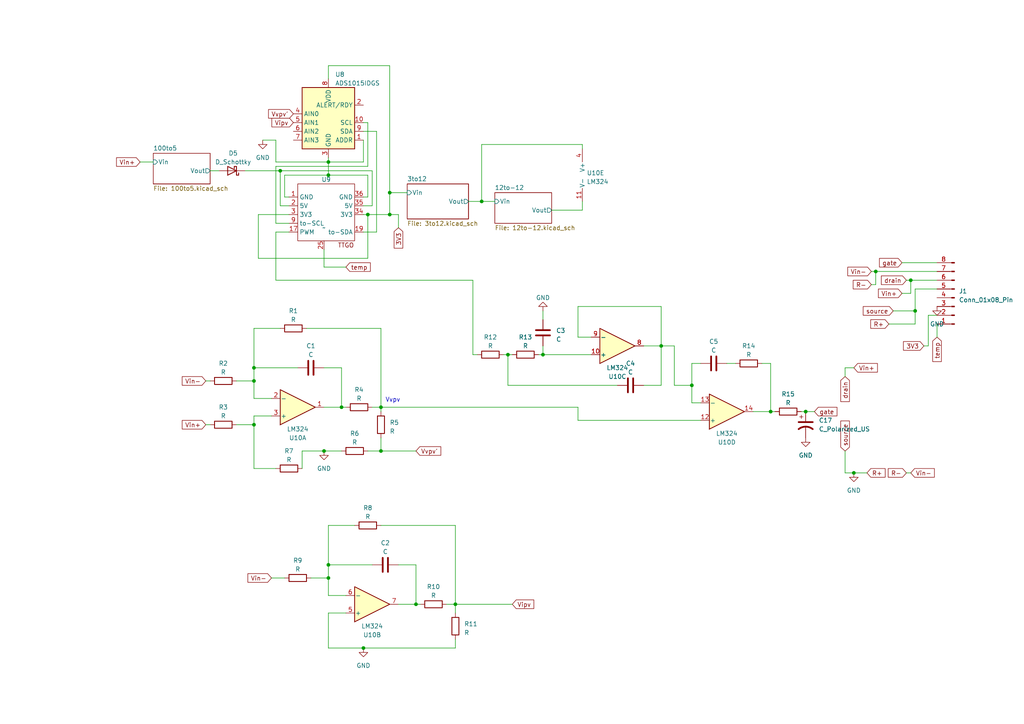
<source format=kicad_sch>
(kicad_sch (version 20230121) (generator eeschema)

  (uuid e57db828-30b6-44fa-8660-1cf6ed92f420)

  (paper "A4")

  (lib_symbols
    (symbol "Amplifier_Operational:LM324" (pin_names (offset 0.127)) (in_bom yes) (on_board yes)
      (property "Reference" "U" (at 0 5.08 0)
        (effects (font (size 1.27 1.27)) (justify left))
      )
      (property "Value" "LM324" (at 0 -5.08 0)
        (effects (font (size 1.27 1.27)) (justify left))
      )
      (property "Footprint" "" (at -1.27 2.54 0)
        (effects (font (size 1.27 1.27)) hide)
      )
      (property "Datasheet" "http://www.ti.com/lit/ds/symlink/lm2902-n.pdf" (at 1.27 5.08 0)
        (effects (font (size 1.27 1.27)) hide)
      )
      (property "ki_locked" "" (at 0 0 0)
        (effects (font (size 1.27 1.27)))
      )
      (property "ki_keywords" "quad opamp" (at 0 0 0)
        (effects (font (size 1.27 1.27)) hide)
      )
      (property "ki_description" "Low-Power, Quad-Operational Amplifiers, DIP-14/SOIC-14/SSOP-14" (at 0 0 0)
        (effects (font (size 1.27 1.27)) hide)
      )
      (property "ki_fp_filters" "SOIC*3.9x8.7mm*P1.27mm* DIP*W7.62mm* TSSOP*4.4x5mm*P0.65mm* SSOP*5.3x6.2mm*P0.65mm* MSOP*3x3mm*P0.5mm*" (at 0 0 0)
        (effects (font (size 1.27 1.27)) hide)
      )
      (symbol "LM324_1_1"
        (polyline
          (pts
            (xy -5.08 5.08)
            (xy 5.08 0)
            (xy -5.08 -5.08)
            (xy -5.08 5.08)
          )
          (stroke (width 0.254) (type default))
          (fill (type background))
        )
        (pin output line (at 7.62 0 180) (length 2.54)
          (name "~" (effects (font (size 1.27 1.27))))
          (number "1" (effects (font (size 1.27 1.27))))
        )
        (pin input line (at -7.62 -2.54 0) (length 2.54)
          (name "-" (effects (font (size 1.27 1.27))))
          (number "2" (effects (font (size 1.27 1.27))))
        )
        (pin input line (at -7.62 2.54 0) (length 2.54)
          (name "+" (effects (font (size 1.27 1.27))))
          (number "3" (effects (font (size 1.27 1.27))))
        )
      )
      (symbol "LM324_2_1"
        (polyline
          (pts
            (xy -5.08 5.08)
            (xy 5.08 0)
            (xy -5.08 -5.08)
            (xy -5.08 5.08)
          )
          (stroke (width 0.254) (type default))
          (fill (type background))
        )
        (pin input line (at -7.62 2.54 0) (length 2.54)
          (name "+" (effects (font (size 1.27 1.27))))
          (number "5" (effects (font (size 1.27 1.27))))
        )
        (pin input line (at -7.62 -2.54 0) (length 2.54)
          (name "-" (effects (font (size 1.27 1.27))))
          (number "6" (effects (font (size 1.27 1.27))))
        )
        (pin output line (at 7.62 0 180) (length 2.54)
          (name "~" (effects (font (size 1.27 1.27))))
          (number "7" (effects (font (size 1.27 1.27))))
        )
      )
      (symbol "LM324_3_1"
        (polyline
          (pts
            (xy -5.08 5.08)
            (xy 5.08 0)
            (xy -5.08 -5.08)
            (xy -5.08 5.08)
          )
          (stroke (width 0.254) (type default))
          (fill (type background))
        )
        (pin input line (at -7.62 2.54 0) (length 2.54)
          (name "+" (effects (font (size 1.27 1.27))))
          (number "10" (effects (font (size 1.27 1.27))))
        )
        (pin output line (at 7.62 0 180) (length 2.54)
          (name "~" (effects (font (size 1.27 1.27))))
          (number "8" (effects (font (size 1.27 1.27))))
        )
        (pin input line (at -7.62 -2.54 0) (length 2.54)
          (name "-" (effects (font (size 1.27 1.27))))
          (number "9" (effects (font (size 1.27 1.27))))
        )
      )
      (symbol "LM324_4_1"
        (polyline
          (pts
            (xy -5.08 5.08)
            (xy 5.08 0)
            (xy -5.08 -5.08)
            (xy -5.08 5.08)
          )
          (stroke (width 0.254) (type default))
          (fill (type background))
        )
        (pin input line (at -7.62 2.54 0) (length 2.54)
          (name "+" (effects (font (size 1.27 1.27))))
          (number "12" (effects (font (size 1.27 1.27))))
        )
        (pin input line (at -7.62 -2.54 0) (length 2.54)
          (name "-" (effects (font (size 1.27 1.27))))
          (number "13" (effects (font (size 1.27 1.27))))
        )
        (pin output line (at 7.62 0 180) (length 2.54)
          (name "~" (effects (font (size 1.27 1.27))))
          (number "14" (effects (font (size 1.27 1.27))))
        )
      )
      (symbol "LM324_5_1"
        (pin power_in line (at -2.54 -7.62 90) (length 3.81)
          (name "V-" (effects (font (size 1.27 1.27))))
          (number "11" (effects (font (size 1.27 1.27))))
        )
        (pin power_in line (at -2.54 7.62 270) (length 3.81)
          (name "V+" (effects (font (size 1.27 1.27))))
          (number "4" (effects (font (size 1.27 1.27))))
        )
      )
    )
    (symbol "Analog_ADC:ADS1015IDGS" (in_bom yes) (on_board yes)
      (property "Reference" "U" (at 2.54 13.97 0)
        (effects (font (size 1.27 1.27)))
      )
      (property "Value" "ADS1015IDGS" (at 7.62 11.43 0)
        (effects (font (size 1.27 1.27)))
      )
      (property "Footprint" "Package_SO:TSSOP-10_3x3mm_P0.5mm" (at 0 -12.7 0)
        (effects (font (size 1.27 1.27)) hide)
      )
      (property "Datasheet" "http://www.ti.com/lit/ds/symlink/ads1015.pdf" (at -1.27 -22.86 0)
        (effects (font (size 1.27 1.27)) hide)
      )
      (property "ki_keywords" "12 bit 4 channel I2C ADC" (at 0 0 0)
        (effects (font (size 1.27 1.27)) hide)
      )
      (property "ki_description" "Ultra-Small, Low-Power, I2C-Compatible, 3.3-kSPS, 12-Bit ADCs With Internal Reference, Oscillator, and Programmable Comparator, VSSOP-10" (at 0 0 0)
        (effects (font (size 1.27 1.27)) hide)
      )
      (property "ki_fp_filters" "TSSOP*3x3mm*P0.5mm*" (at 0 0 0)
        (effects (font (size 1.27 1.27)) hide)
      )
      (symbol "ADS1015IDGS_0_1"
        (rectangle (start -7.62 10.16) (end 7.62 -7.62)
          (stroke (width 0.254) (type default))
          (fill (type background))
        )
      )
      (symbol "ADS1015IDGS_1_1"
        (pin input line (at 10.16 -5.08 180) (length 2.54)
          (name "ADDR" (effects (font (size 1.27 1.27))))
          (number "1" (effects (font (size 1.27 1.27))))
        )
        (pin input line (at 10.16 0 180) (length 2.54)
          (name "SCL" (effects (font (size 1.27 1.27))))
          (number "10" (effects (font (size 1.27 1.27))))
        )
        (pin output line (at 10.16 5.08 180) (length 2.54)
          (name "ALERT/RDY" (effects (font (size 1.27 1.27))))
          (number "2" (effects (font (size 1.27 1.27))))
        )
        (pin power_in line (at 0 -10.16 90) (length 2.54)
          (name "GND" (effects (font (size 1.27 1.27))))
          (number "3" (effects (font (size 1.27 1.27))))
        )
        (pin input line (at -10.16 2.54 0) (length 2.54)
          (name "AIN0" (effects (font (size 1.27 1.27))))
          (number "4" (effects (font (size 1.27 1.27))))
        )
        (pin input line (at -10.16 0 0) (length 2.54)
          (name "AIN1" (effects (font (size 1.27 1.27))))
          (number "5" (effects (font (size 1.27 1.27))))
        )
        (pin input line (at -10.16 -2.54 0) (length 2.54)
          (name "AIN2" (effects (font (size 1.27 1.27))))
          (number "6" (effects (font (size 1.27 1.27))))
        )
        (pin input line (at -10.16 -5.08 0) (length 2.54)
          (name "AIN3" (effects (font (size 1.27 1.27))))
          (number "7" (effects (font (size 1.27 1.27))))
        )
        (pin power_in line (at 0 12.7 270) (length 2.54)
          (name "VDD" (effects (font (size 1.27 1.27))))
          (number "8" (effects (font (size 1.27 1.27))))
        )
        (pin bidirectional line (at 10.16 -2.54 180) (length 2.54)
          (name "SDA" (effects (font (size 1.27 1.27))))
          (number "9" (effects (font (size 1.27 1.27))))
        )
      )
    )
    (symbol "Connector:Conn_01x08_Pin" (pin_names (offset 1.016) hide) (in_bom yes) (on_board yes)
      (property "Reference" "J" (at 0 10.16 0)
        (effects (font (size 1.27 1.27)))
      )
      (property "Value" "Conn_01x08_Pin" (at 0 -12.7 0)
        (effects (font (size 1.27 1.27)))
      )
      (property "Footprint" "" (at 0 0 0)
        (effects (font (size 1.27 1.27)) hide)
      )
      (property "Datasheet" "~" (at 0 0 0)
        (effects (font (size 1.27 1.27)) hide)
      )
      (property "ki_locked" "" (at 0 0 0)
        (effects (font (size 1.27 1.27)))
      )
      (property "ki_keywords" "connector" (at 0 0 0)
        (effects (font (size 1.27 1.27)) hide)
      )
      (property "ki_description" "Generic connector, single row, 01x08, script generated" (at 0 0 0)
        (effects (font (size 1.27 1.27)) hide)
      )
      (property "ki_fp_filters" "Connector*:*_1x??_*" (at 0 0 0)
        (effects (font (size 1.27 1.27)) hide)
      )
      (symbol "Conn_01x08_Pin_1_1"
        (polyline
          (pts
            (xy 1.27 -10.16)
            (xy 0.8636 -10.16)
          )
          (stroke (width 0.1524) (type default))
          (fill (type none))
        )
        (polyline
          (pts
            (xy 1.27 -7.62)
            (xy 0.8636 -7.62)
          )
          (stroke (width 0.1524) (type default))
          (fill (type none))
        )
        (polyline
          (pts
            (xy 1.27 -5.08)
            (xy 0.8636 -5.08)
          )
          (stroke (width 0.1524) (type default))
          (fill (type none))
        )
        (polyline
          (pts
            (xy 1.27 -2.54)
            (xy 0.8636 -2.54)
          )
          (stroke (width 0.1524) (type default))
          (fill (type none))
        )
        (polyline
          (pts
            (xy 1.27 0)
            (xy 0.8636 0)
          )
          (stroke (width 0.1524) (type default))
          (fill (type none))
        )
        (polyline
          (pts
            (xy 1.27 2.54)
            (xy 0.8636 2.54)
          )
          (stroke (width 0.1524) (type default))
          (fill (type none))
        )
        (polyline
          (pts
            (xy 1.27 5.08)
            (xy 0.8636 5.08)
          )
          (stroke (width 0.1524) (type default))
          (fill (type none))
        )
        (polyline
          (pts
            (xy 1.27 7.62)
            (xy 0.8636 7.62)
          )
          (stroke (width 0.1524) (type default))
          (fill (type none))
        )
        (rectangle (start 0.8636 -10.033) (end 0 -10.287)
          (stroke (width 0.1524) (type default))
          (fill (type outline))
        )
        (rectangle (start 0.8636 -7.493) (end 0 -7.747)
          (stroke (width 0.1524) (type default))
          (fill (type outline))
        )
        (rectangle (start 0.8636 -4.953) (end 0 -5.207)
          (stroke (width 0.1524) (type default))
          (fill (type outline))
        )
        (rectangle (start 0.8636 -2.413) (end 0 -2.667)
          (stroke (width 0.1524) (type default))
          (fill (type outline))
        )
        (rectangle (start 0.8636 0.127) (end 0 -0.127)
          (stroke (width 0.1524) (type default))
          (fill (type outline))
        )
        (rectangle (start 0.8636 2.667) (end 0 2.413)
          (stroke (width 0.1524) (type default))
          (fill (type outline))
        )
        (rectangle (start 0.8636 5.207) (end 0 4.953)
          (stroke (width 0.1524) (type default))
          (fill (type outline))
        )
        (rectangle (start 0.8636 7.747) (end 0 7.493)
          (stroke (width 0.1524) (type default))
          (fill (type outline))
        )
        (pin passive line (at 5.08 7.62 180) (length 3.81)
          (name "Pin_1" (effects (font (size 1.27 1.27))))
          (number "1" (effects (font (size 1.27 1.27))))
        )
        (pin passive line (at 5.08 5.08 180) (length 3.81)
          (name "Pin_2" (effects (font (size 1.27 1.27))))
          (number "2" (effects (font (size 1.27 1.27))))
        )
        (pin passive line (at 5.08 2.54 180) (length 3.81)
          (name "Pin_3" (effects (font (size 1.27 1.27))))
          (number "3" (effects (font (size 1.27 1.27))))
        )
        (pin passive line (at 5.08 0 180) (length 3.81)
          (name "Pin_4" (effects (font (size 1.27 1.27))))
          (number "4" (effects (font (size 1.27 1.27))))
        )
        (pin passive line (at 5.08 -2.54 180) (length 3.81)
          (name "Pin_5" (effects (font (size 1.27 1.27))))
          (number "5" (effects (font (size 1.27 1.27))))
        )
        (pin passive line (at 5.08 -5.08 180) (length 3.81)
          (name "Pin_6" (effects (font (size 1.27 1.27))))
          (number "6" (effects (font (size 1.27 1.27))))
        )
        (pin passive line (at 5.08 -7.62 180) (length 3.81)
          (name "Pin_7" (effects (font (size 1.27 1.27))))
          (number "7" (effects (font (size 1.27 1.27))))
        )
        (pin passive line (at 5.08 -10.16 180) (length 3.81)
          (name "Pin_8" (effects (font (size 1.27 1.27))))
          (number "8" (effects (font (size 1.27 1.27))))
        )
      )
    )
    (symbol "Device:C" (pin_numbers hide) (pin_names (offset 0.254)) (in_bom yes) (on_board yes)
      (property "Reference" "C" (at 0.635 2.54 0)
        (effects (font (size 1.27 1.27)) (justify left))
      )
      (property "Value" "C" (at 0.635 -2.54 0)
        (effects (font (size 1.27 1.27)) (justify left))
      )
      (property "Footprint" "" (at 0.9652 -3.81 0)
        (effects (font (size 1.27 1.27)) hide)
      )
      (property "Datasheet" "~" (at 0 0 0)
        (effects (font (size 1.27 1.27)) hide)
      )
      (property "ki_keywords" "cap capacitor" (at 0 0 0)
        (effects (font (size 1.27 1.27)) hide)
      )
      (property "ki_description" "Unpolarized capacitor" (at 0 0 0)
        (effects (font (size 1.27 1.27)) hide)
      )
      (property "ki_fp_filters" "C_*" (at 0 0 0)
        (effects (font (size 1.27 1.27)) hide)
      )
      (symbol "C_0_1"
        (polyline
          (pts
            (xy -2.032 -0.762)
            (xy 2.032 -0.762)
          )
          (stroke (width 0.508) (type default))
          (fill (type none))
        )
        (polyline
          (pts
            (xy -2.032 0.762)
            (xy 2.032 0.762)
          )
          (stroke (width 0.508) (type default))
          (fill (type none))
        )
      )
      (symbol "C_1_1"
        (pin passive line (at 0 3.81 270) (length 2.794)
          (name "~" (effects (font (size 1.27 1.27))))
          (number "1" (effects (font (size 1.27 1.27))))
        )
        (pin passive line (at 0 -3.81 90) (length 2.794)
          (name "~" (effects (font (size 1.27 1.27))))
          (number "2" (effects (font (size 1.27 1.27))))
        )
      )
    )
    (symbol "Device:C_Polarized_US" (pin_numbers hide) (pin_names (offset 0.254) hide) (in_bom yes) (on_board yes)
      (property "Reference" "C" (at 0.635 2.54 0)
        (effects (font (size 1.27 1.27)) (justify left))
      )
      (property "Value" "C_Polarized_US" (at 0.635 -2.54 0)
        (effects (font (size 1.27 1.27)) (justify left))
      )
      (property "Footprint" "" (at 0 0 0)
        (effects (font (size 1.27 1.27)) hide)
      )
      (property "Datasheet" "~" (at 0 0 0)
        (effects (font (size 1.27 1.27)) hide)
      )
      (property "ki_keywords" "cap capacitor" (at 0 0 0)
        (effects (font (size 1.27 1.27)) hide)
      )
      (property "ki_description" "Polarized capacitor, US symbol" (at 0 0 0)
        (effects (font (size 1.27 1.27)) hide)
      )
      (property "ki_fp_filters" "CP_*" (at 0 0 0)
        (effects (font (size 1.27 1.27)) hide)
      )
      (symbol "C_Polarized_US_0_1"
        (polyline
          (pts
            (xy -2.032 0.762)
            (xy 2.032 0.762)
          )
          (stroke (width 0.508) (type default))
          (fill (type none))
        )
        (polyline
          (pts
            (xy -1.778 2.286)
            (xy -0.762 2.286)
          )
          (stroke (width 0) (type default))
          (fill (type none))
        )
        (polyline
          (pts
            (xy -1.27 1.778)
            (xy -1.27 2.794)
          )
          (stroke (width 0) (type default))
          (fill (type none))
        )
        (arc (start 2.032 -1.27) (mid 0 -0.5572) (end -2.032 -1.27)
          (stroke (width 0.508) (type default))
          (fill (type none))
        )
      )
      (symbol "C_Polarized_US_1_1"
        (pin passive line (at 0 3.81 270) (length 2.794)
          (name "~" (effects (font (size 1.27 1.27))))
          (number "1" (effects (font (size 1.27 1.27))))
        )
        (pin passive line (at 0 -3.81 90) (length 3.302)
          (name "~" (effects (font (size 1.27 1.27))))
          (number "2" (effects (font (size 1.27 1.27))))
        )
      )
    )
    (symbol "Device:D_Schottky" (pin_numbers hide) (pin_names (offset 1.016) hide) (in_bom yes) (on_board yes)
      (property "Reference" "D" (at 0 2.54 0)
        (effects (font (size 1.27 1.27)))
      )
      (property "Value" "D_Schottky" (at 0 -2.54 0)
        (effects (font (size 1.27 1.27)))
      )
      (property "Footprint" "" (at 0 0 0)
        (effects (font (size 1.27 1.27)) hide)
      )
      (property "Datasheet" "~" (at 0 0 0)
        (effects (font (size 1.27 1.27)) hide)
      )
      (property "ki_keywords" "diode Schottky" (at 0 0 0)
        (effects (font (size 1.27 1.27)) hide)
      )
      (property "ki_description" "Schottky diode" (at 0 0 0)
        (effects (font (size 1.27 1.27)) hide)
      )
      (property "ki_fp_filters" "TO-???* *_Diode_* *SingleDiode* D_*" (at 0 0 0)
        (effects (font (size 1.27 1.27)) hide)
      )
      (symbol "D_Schottky_0_1"
        (polyline
          (pts
            (xy 1.27 0)
            (xy -1.27 0)
          )
          (stroke (width 0) (type default))
          (fill (type none))
        )
        (polyline
          (pts
            (xy 1.27 1.27)
            (xy 1.27 -1.27)
            (xy -1.27 0)
            (xy 1.27 1.27)
          )
          (stroke (width 0.254) (type default))
          (fill (type none))
        )
        (polyline
          (pts
            (xy -1.905 0.635)
            (xy -1.905 1.27)
            (xy -1.27 1.27)
            (xy -1.27 -1.27)
            (xy -0.635 -1.27)
            (xy -0.635 -0.635)
          )
          (stroke (width 0.254) (type default))
          (fill (type none))
        )
      )
      (symbol "D_Schottky_1_1"
        (pin passive line (at -3.81 0 0) (length 2.54)
          (name "K" (effects (font (size 1.27 1.27))))
          (number "1" (effects (font (size 1.27 1.27))))
        )
        (pin passive line (at 3.81 0 180) (length 2.54)
          (name "A" (effects (font (size 1.27 1.27))))
          (number "2" (effects (font (size 1.27 1.27))))
        )
      )
    )
    (symbol "Device:R" (pin_numbers hide) (pin_names (offset 0)) (in_bom yes) (on_board yes)
      (property "Reference" "R" (at 2.032 0 90)
        (effects (font (size 1.27 1.27)))
      )
      (property "Value" "R" (at 0 0 90)
        (effects (font (size 1.27 1.27)))
      )
      (property "Footprint" "" (at -1.778 0 90)
        (effects (font (size 1.27 1.27)) hide)
      )
      (property "Datasheet" "~" (at 0 0 0)
        (effects (font (size 1.27 1.27)) hide)
      )
      (property "ki_keywords" "R res resistor" (at 0 0 0)
        (effects (font (size 1.27 1.27)) hide)
      )
      (property "ki_description" "Resistor" (at 0 0 0)
        (effects (font (size 1.27 1.27)) hide)
      )
      (property "ki_fp_filters" "R_*" (at 0 0 0)
        (effects (font (size 1.27 1.27)) hide)
      )
      (symbol "R_0_1"
        (rectangle (start -1.016 -2.54) (end 1.016 2.54)
          (stroke (width 0.254) (type default))
          (fill (type none))
        )
      )
      (symbol "R_1_1"
        (pin passive line (at 0 3.81 270) (length 1.27)
          (name "~" (effects (font (size 1.27 1.27))))
          (number "1" (effects (font (size 1.27 1.27))))
        )
        (pin passive line (at 0 -3.81 90) (length 1.27)
          (name "~" (effects (font (size 1.27 1.27))))
          (number "2" (effects (font (size 1.27 1.27))))
        )
      )
    )
    (symbol "power:GND" (power) (pin_names (offset 0)) (in_bom yes) (on_board yes)
      (property "Reference" "#PWR" (at 0 -6.35 0)
        (effects (font (size 1.27 1.27)) hide)
      )
      (property "Value" "GND" (at 0 -3.81 0)
        (effects (font (size 1.27 1.27)))
      )
      (property "Footprint" "" (at 0 0 0)
        (effects (font (size 1.27 1.27)) hide)
      )
      (property "Datasheet" "" (at 0 0 0)
        (effects (font (size 1.27 1.27)) hide)
      )
      (property "ki_keywords" "global power" (at 0 0 0)
        (effects (font (size 1.27 1.27)) hide)
      )
      (property "ki_description" "Power symbol creates a global label with name \"GND\" , ground" (at 0 0 0)
        (effects (font (size 1.27 1.27)) hide)
      )
      (symbol "GND_0_1"
        (polyline
          (pts
            (xy 0 0)
            (xy 0 -1.27)
            (xy 1.27 -1.27)
            (xy 0 -2.54)
            (xy -1.27 -1.27)
            (xy 0 -1.27)
          )
          (stroke (width 0) (type default))
          (fill (type none))
        )
      )
      (symbol "GND_1_1"
        (pin power_in line (at 0 0 270) (length 0) hide
          (name "GND" (effects (font (size 1.27 1.27))))
          (number "1" (effects (font (size 1.27 1.27))))
        )
      )
    )
    (symbol "projektlib:ttgo" (in_bom yes) (on_board yes)
      (property "Reference" "U" (at -6.35 13.97 0)
        (effects (font (size 1.27 1.27)))
      )
      (property "Value" "" (at 0 0 0)
        (effects (font (size 1.27 1.27)))
      )
      (property "Footprint" "projektlib:ttgo" (at 0 -7.62 0)
        (effects (font (size 1.27 1.27)) hide)
      )
      (property "Datasheet" "" (at 0 0 0)
        (effects (font (size 1.27 1.27)) hide)
      )
      (symbol "ttgo_0_1"
        (rectangle (start -7.62 12.7) (end 8.89 -3.81)
          (stroke (width 0) (type default))
          (fill (type none))
        )
      )
      (symbol "ttgo_1_1"
        (text "TTGO" (at 6.35 -5.08 0)
          (effects (font (size 1.27 1.27)))
        )
        (pin input line (at -10.16 8.89 0) (length 2.54)
          (name "GND" (effects (font (size 1.27 1.27))))
          (number "1" (effects (font (size 1.27 1.27))))
        )
        (pin input line (at -10.16 -1.27 0) (length 2.54)
          (name "PWM" (effects (font (size 1.27 1.27))))
          (number "17" (effects (font (size 1.27 1.27))))
        )
        (pin input line (at 11.43 -1.27 180) (length 2.54)
          (name "to-SDA" (effects (font (size 1.27 1.27))))
          (number "19" (effects (font (size 1.27 1.27))))
        )
        (pin input line (at -10.16 6.35 0) (length 2.54)
          (name "5V" (effects (font (size 1.27 1.27))))
          (number "2" (effects (font (size 1.27 1.27))))
        )
        (pin input line (at 0 -6.35 90) (length 2.54)
          (name "" (effects (font (size 1.27 1.27))))
          (number "25" (effects (font (size 1.27 1.27))))
        )
        (pin input line (at -10.16 3.81 0) (length 2.54)
          (name "3V3" (effects (font (size 1.27 1.27))))
          (number "3" (effects (font (size 1.27 1.27))))
        )
        (pin input line (at 11.43 3.81 180) (length 2.54)
          (name "3V3" (effects (font (size 1.27 1.27))))
          (number "34" (effects (font (size 1.27 1.27))))
        )
        (pin input line (at 11.43 6.35 180) (length 2.54)
          (name "5V" (effects (font (size 1.27 1.27))))
          (number "35" (effects (font (size 1.27 1.27))))
        )
        (pin input line (at 11.43 8.89 180) (length 2.54)
          (name "GND" (effects (font (size 1.27 1.27))))
          (number "36" (effects (font (size 1.27 1.27))))
        )
        (pin input line (at -10.16 1.27 0) (length 2.54)
          (name "to-SCL" (effects (font (size 1.27 1.27))))
          (number "9" (effects (font (size 1.27 1.27))))
        )
      )
    )
  )

  (junction (at 254 78.74) (diameter 0) (color 0 0 0 0)
    (uuid 01075328-240a-4636-9730-2e225bf93405)
  )
  (junction (at 191.77 100.33) (diameter 0) (color 0 0 0 0)
    (uuid 01fdc1b2-5006-4e85-99f8-5bed996a1a00)
  )
  (junction (at 95.25 50.8) (diameter 0) (color 0 0 0 0)
    (uuid 0f41f5de-9d20-4567-a4f1-27683660bd8f)
  )
  (junction (at 95.25 46.99) (diameter 0) (color 0 0 0 0)
    (uuid 186387b8-2cd2-402a-a092-495960f1e32b)
  )
  (junction (at 264.16 81.28) (diameter 0) (color 0 0 0 0)
    (uuid 1ca56239-039b-44cc-82b8-c78cfcc1b100)
  )
  (junction (at 95.25 163.83) (diameter 0) (color 0 0 0 0)
    (uuid 26188f95-7022-41ac-ae61-2cb5fe121754)
  )
  (junction (at 200.66 111.76) (diameter 0) (color 0 0 0 0)
    (uuid 2b9ab82f-6b8c-4db2-92b4-8da8120d2994)
  )
  (junction (at 93.98 130.81) (diameter 0) (color 0 0 0 0)
    (uuid 2c555846-e152-4b3a-a3f1-20d84eca5511)
  )
  (junction (at 132.08 175.26) (diameter 0) (color 0 0 0 0)
    (uuid 32b6d6a7-463c-435c-a39f-5707b1cfe5ee)
  )
  (junction (at 113.03 55.88) (diameter 0) (color 0 0 0 0)
    (uuid 386e1e5c-0630-4356-9dcf-0cc0f9415f44)
  )
  (junction (at 105.41 187.96) (diameter 0) (color 0 0 0 0)
    (uuid 435f4314-ebfc-4ac6-9e41-f797d45988ed)
  )
  (junction (at 139.7 58.42) (diameter 0) (color 0 0 0 0)
    (uuid 44f4a8d0-ae26-4f24-b354-3d322069b0ea)
  )
  (junction (at 81.28 49.53) (diameter 0) (color 0 0 0 0)
    (uuid 5252b219-4ecf-4d38-9f7d-2a26791c9b50)
  )
  (junction (at 265.43 90.17) (diameter 0) (color 0 0 0 0)
    (uuid 5a38a84e-f535-4341-b965-994721b94f77)
  )
  (junction (at 110.49 118.11) (diameter 0) (color 0 0 0 0)
    (uuid 5fdbeeb8-4773-4224-9e05-0e690d23e63e)
  )
  (junction (at 113.03 62.23) (diameter 0) (color 0 0 0 0)
    (uuid 655462f7-59d4-4174-83c8-7ce2859cd6f5)
  )
  (junction (at 73.66 110.49) (diameter 0) (color 0 0 0 0)
    (uuid 6dfc1127-1cae-404e-a736-6b671c195871)
  )
  (junction (at 157.48 102.87) (diameter 0) (color 0 0 0 0)
    (uuid 807a6686-2da5-49da-941d-66b2f2aaa1e2)
  )
  (junction (at 73.66 123.19) (diameter 0) (color 0 0 0 0)
    (uuid 8d102db4-f904-4578-b92e-4cdf3061ba8a)
  )
  (junction (at 106.68 62.23) (diameter 0) (color 0 0 0 0)
    (uuid 8d6677d8-f59c-4164-9a96-209754a79b81)
  )
  (junction (at 147.32 102.87) (diameter 0) (color 0 0 0 0)
    (uuid 90f33b89-c6bf-49e5-a421-28e169e4ba1b)
  )
  (junction (at 120.65 175.26) (diameter 0) (color 0 0 0 0)
    (uuid 9d81bb54-19b5-423c-a158-a0b849a45830)
  )
  (junction (at 95.25 167.64) (diameter 0) (color 0 0 0 0)
    (uuid 9e40b01f-76cc-4e13-a9a1-fd8c8f701b29)
  )
  (junction (at 110.49 130.81) (diameter 0) (color 0 0 0 0)
    (uuid a19c5148-ffaa-4ffb-9662-a98d4fb0ce15)
  )
  (junction (at 73.66 106.68) (diameter 0) (color 0 0 0 0)
    (uuid b9e1b280-9951-471b-9502-e8501c26ddf8)
  )
  (junction (at 233.68 119.38) (diameter 0) (color 0 0 0 0)
    (uuid cf0c1f92-699a-453e-8103-b6f08c322832)
  )
  (junction (at 223.52 119.38) (diameter 0) (color 0 0 0 0)
    (uuid d2e581fe-6ace-4e4b-ba36-3ed9cd15660c)
  )
  (junction (at 247.65 137.16) (diameter 0) (color 0 0 0 0)
    (uuid de634c3f-fc9f-4f57-8a94-cd15b3b91baf)
  )
  (junction (at 99.06 118.11) (diameter 0) (color 0 0 0 0)
    (uuid fd054aa8-ccc2-4330-b2a3-0f533858cd1c)
  )

  (wire (pts (xy 132.08 185.42) (xy 132.08 187.96))
    (stroke (width 0) (type default))
    (uuid 01c11033-934d-465e-9707-6afac93d996a)
  )
  (wire (pts (xy 106.68 74.93) (xy 106.68 62.23))
    (stroke (width 0) (type default))
    (uuid 02b3575f-28dc-4282-8ff7-c005bfa4e32c)
  )
  (wire (pts (xy 160.02 60.96) (xy 168.91 60.96))
    (stroke (width 0) (type default))
    (uuid 04fab8c0-f345-4952-b922-c760850a3ec3)
  )
  (wire (pts (xy 99.06 118.11) (xy 100.33 118.11))
    (stroke (width 0) (type default))
    (uuid 05211f84-9acb-4118-9041-1e1abef36728)
  )
  (wire (pts (xy 157.48 102.87) (xy 171.45 102.87))
    (stroke (width 0) (type default))
    (uuid 097a5c14-88b7-4387-aa6b-e034465591b2)
  )
  (wire (pts (xy 146.05 102.87) (xy 147.32 102.87))
    (stroke (width 0) (type default))
    (uuid 09cc4916-48dd-43cb-a16b-c6610259706f)
  )
  (wire (pts (xy 261.62 85.09) (xy 264.16 85.09))
    (stroke (width 0) (type default))
    (uuid 0a0a6081-5d09-4bd2-bffb-c07a08d58f98)
  )
  (wire (pts (xy 95.25 46.99) (xy 95.25 50.8))
    (stroke (width 0) (type default))
    (uuid 0cdfd35f-fdbe-44aa-b236-66f33bf57fe0)
  )
  (wire (pts (xy 99.06 106.68) (xy 99.06 118.11))
    (stroke (width 0) (type default))
    (uuid 0fca3b1a-f5ab-4197-a297-c1d15715160c)
  )
  (wire (pts (xy 74.93 74.93) (xy 106.68 74.93))
    (stroke (width 0) (type default))
    (uuid 11546e54-50c1-421f-8927-e40112131c62)
  )
  (wire (pts (xy 113.03 19.05) (xy 95.25 19.05))
    (stroke (width 0) (type default))
    (uuid 132d8813-9da8-4429-9147-bc7303f6568d)
  )
  (wire (pts (xy 113.03 62.23) (xy 106.68 62.23))
    (stroke (width 0) (type default))
    (uuid 13d357d0-8d5e-43e6-a070-3d7a0cdee7d1)
  )
  (wire (pts (xy 40.64 46.99) (xy 44.45 46.99))
    (stroke (width 0) (type default))
    (uuid 17eb22dd-3a45-4417-99ca-f9a6962a9789)
  )
  (wire (pts (xy 167.64 88.9) (xy 191.77 88.9))
    (stroke (width 0) (type default))
    (uuid 19876480-d3f4-4c3c-a837-7c16c4be20c9)
  )
  (wire (pts (xy 254 78.74) (xy 254 82.55))
    (stroke (width 0) (type default))
    (uuid 19d6ec75-62c1-429a-a0dc-112e85abbad3)
  )
  (wire (pts (xy 73.66 123.19) (xy 73.66 135.89))
    (stroke (width 0) (type default))
    (uuid 1a4e1952-e6a6-45bc-b903-a9a68f6a2ac0)
  )
  (wire (pts (xy 200.66 116.84) (xy 203.2 116.84))
    (stroke (width 0) (type default))
    (uuid 1b833e32-1f12-47f2-8387-7e5415796912)
  )
  (wire (pts (xy 90.17 167.64) (xy 95.25 167.64))
    (stroke (width 0) (type default))
    (uuid 1ba85278-068e-44db-9b86-c13c3459189a)
  )
  (wire (pts (xy 115.57 175.26) (xy 120.65 175.26))
    (stroke (width 0) (type default))
    (uuid 1c86abcb-b160-4c52-80e7-207be8f58456)
  )
  (wire (pts (xy 95.25 152.4) (xy 95.25 163.83))
    (stroke (width 0) (type default))
    (uuid 1c8f6906-8f72-4077-91f9-dd481486f6b9)
  )
  (wire (pts (xy 262.89 81.28) (xy 264.16 81.28))
    (stroke (width 0) (type default))
    (uuid 1de81f1c-747f-4c6b-a7ee-f589e3ffd1ce)
  )
  (wire (pts (xy 233.68 119.38) (xy 236.22 119.38))
    (stroke (width 0) (type default))
    (uuid 1fce50ea-aeb3-444f-8dbf-f4171e00706c)
  )
  (wire (pts (xy 200.66 111.76) (xy 200.66 116.84))
    (stroke (width 0) (type default))
    (uuid 21d352b5-f388-415a-b2a3-e87ad8cf86a6)
  )
  (wire (pts (xy 59.69 110.49) (xy 60.96 110.49))
    (stroke (width 0) (type default))
    (uuid 21d78494-90bf-44d9-a8c1-5aaba261039f)
  )
  (wire (pts (xy 245.11 130.81) (xy 245.11 137.16))
    (stroke (width 0) (type default))
    (uuid 2c64956c-1476-4edb-97f5-541e7349c3ea)
  )
  (wire (pts (xy 191.77 100.33) (xy 191.77 111.76))
    (stroke (width 0) (type default))
    (uuid 2e24bcec-abed-4c78-9d1b-a44b30071742)
  )
  (wire (pts (xy 60.96 49.53) (xy 63.5 49.53))
    (stroke (width 0) (type default))
    (uuid 2fa8936e-e49e-470b-850b-a9abe6277fa5)
  )
  (wire (pts (xy 82.55 50.8) (xy 95.25 50.8))
    (stroke (width 0) (type default))
    (uuid 3224fb5b-3292-4218-b6d5-b40176fc6462)
  )
  (wire (pts (xy 120.65 163.83) (xy 120.65 175.26))
    (stroke (width 0) (type default))
    (uuid 342df5f2-8fe5-4435-a171-02b20952bc33)
  )
  (wire (pts (xy 81.28 49.53) (xy 81.28 59.69))
    (stroke (width 0) (type default))
    (uuid 3d89ca29-80a4-49a6-bf43-6d05a43f6c7d)
  )
  (wire (pts (xy 110.49 130.81) (xy 120.65 130.81))
    (stroke (width 0) (type default))
    (uuid 3d98ad7d-bd91-4dd6-b651-66fec5b84165)
  )
  (wire (pts (xy 95.25 177.8) (xy 100.33 177.8))
    (stroke (width 0) (type default))
    (uuid 43ddeca3-e5fd-4159-8e0d-388864c45860)
  )
  (wire (pts (xy 265.43 83.82) (xy 271.78 83.82))
    (stroke (width 0) (type default))
    (uuid 44b19de1-4930-43ba-bcb3-dd4fec1f629a)
  )
  (wire (pts (xy 88.9 95.25) (xy 110.49 95.25))
    (stroke (width 0) (type default))
    (uuid 46ab12dc-27bb-4ac4-b86e-a777f6c59a24)
  )
  (wire (pts (xy 137.16 102.87) (xy 137.16 81.28))
    (stroke (width 0) (type default))
    (uuid 46c371f0-2e29-461f-ab3a-b2f00d310141)
  )
  (wire (pts (xy 80.01 67.31) (xy 83.82 67.31))
    (stroke (width 0) (type default))
    (uuid 48d89992-4348-43be-bf4c-d2145b05b529)
  )
  (wire (pts (xy 95.25 19.05) (xy 95.25 22.86))
    (stroke (width 0) (type default))
    (uuid 4a21edfb-2018-401a-a2ca-f75fff01479d)
  )
  (wire (pts (xy 132.08 175.26) (xy 132.08 177.8))
    (stroke (width 0) (type default))
    (uuid 4aab7948-7210-493f-8cdc-269ad7c38550)
  )
  (wire (pts (xy 82.55 57.15) (xy 82.55 50.8))
    (stroke (width 0) (type default))
    (uuid 4bc0e927-7aaf-44aa-9f22-986e09948694)
  )
  (wire (pts (xy 186.69 100.33) (xy 191.77 100.33))
    (stroke (width 0) (type default))
    (uuid 4ce8f039-dd75-4aa0-942c-2b7310f4fc70)
  )
  (wire (pts (xy 106.68 48.26) (xy 106.68 35.56))
    (stroke (width 0) (type default))
    (uuid 4cf27015-b814-476d-8486-9d7655e13a8c)
  )
  (wire (pts (xy 95.25 187.96) (xy 105.41 187.96))
    (stroke (width 0) (type default))
    (uuid 4d7cfcc3-009e-4ca2-b3b8-68d53acb71c9)
  )
  (wire (pts (xy 80.01 40.64) (xy 76.2 40.64))
    (stroke (width 0) (type default))
    (uuid 4e534b63-c5aa-4ed9-86c5-8d322f85e6ce)
  )
  (wire (pts (xy 113.03 55.88) (xy 113.03 19.05))
    (stroke (width 0) (type default))
    (uuid 4fbee67a-a781-4c29-ae35-29be97d13c91)
  )
  (wire (pts (xy 110.49 152.4) (xy 132.08 152.4))
    (stroke (width 0) (type default))
    (uuid 51896240-0bf7-430f-baf2-b185cad1df7c)
  )
  (wire (pts (xy 73.66 115.57) (xy 78.74 115.57))
    (stroke (width 0) (type default))
    (uuid 527a78d6-562e-45fa-8ad2-3e189fcb0cb0)
  )
  (wire (pts (xy 264.16 81.28) (xy 264.16 85.09))
    (stroke (width 0) (type default))
    (uuid 54c14563-bf94-44d5-a9f2-fe7c3bec75fb)
  )
  (wire (pts (xy 107.95 118.11) (xy 110.49 118.11))
    (stroke (width 0) (type default))
    (uuid 560faeba-8471-44df-b04c-7babfba45aeb)
  )
  (wire (pts (xy 137.16 81.28) (xy 80.01 81.28))
    (stroke (width 0) (type default))
    (uuid 57740ec7-77dd-4055-88e8-f7a99a1caab4)
  )
  (wire (pts (xy 259.08 90.17) (xy 265.43 90.17))
    (stroke (width 0) (type default))
    (uuid 595eacc9-1511-490a-a8f8-7d0b28ba17e0)
  )
  (wire (pts (xy 106.68 50.8) (xy 106.68 57.15))
    (stroke (width 0) (type default))
    (uuid 5975aea9-df15-43a6-9008-c57cce1d4c3a)
  )
  (wire (pts (xy 78.74 167.64) (xy 82.55 167.64))
    (stroke (width 0) (type default))
    (uuid 5a50b0fa-1be4-41d7-94bc-18dd90e3a150)
  )
  (wire (pts (xy 73.66 95.25) (xy 81.28 95.25))
    (stroke (width 0) (type default))
    (uuid 5b830399-dd71-4140-9700-d6e0c9b75ff3)
  )
  (wire (pts (xy 132.08 175.26) (xy 148.59 175.26))
    (stroke (width 0) (type default))
    (uuid 5bc369ca-136c-48dc-9a68-ee2c03872139)
  )
  (wire (pts (xy 105.41 35.56) (xy 106.68 35.56))
    (stroke (width 0) (type default))
    (uuid 5c3dd899-3af3-40b2-a0c4-cefd431d8d86)
  )
  (wire (pts (xy 82.55 57.15) (xy 83.82 57.15))
    (stroke (width 0) (type default))
    (uuid 5ccec16c-f0b1-4163-b099-d07c22dbb0f8)
  )
  (wire (pts (xy 135.89 58.42) (xy 139.7 58.42))
    (stroke (width 0) (type default))
    (uuid 5dc97133-eb7e-4551-b528-85e97a505c28)
  )
  (wire (pts (xy 262.89 137.16) (xy 264.16 137.16))
    (stroke (width 0) (type default))
    (uuid 649c6cd3-03ac-4c7b-a1b1-18c14c71b3b0)
  )
  (wire (pts (xy 95.25 167.64) (xy 95.25 172.72))
    (stroke (width 0) (type default))
    (uuid 661fecb2-7606-402d-8dc0-681dcf4d3e5d)
  )
  (wire (pts (xy 68.58 123.19) (xy 73.66 123.19))
    (stroke (width 0) (type default))
    (uuid 6620100e-087f-48ab-9128-840875c8e9bc)
  )
  (wire (pts (xy 147.32 102.87) (xy 148.59 102.87))
    (stroke (width 0) (type default))
    (uuid 663578ce-7c73-472e-91f6-3f173a8f08f7)
  )
  (wire (pts (xy 261.62 76.2) (xy 271.78 76.2))
    (stroke (width 0) (type default))
    (uuid 66e0de11-a5e1-4056-84ee-5be64c9c9dbc)
  )
  (wire (pts (xy 210.82 105.41) (xy 213.36 105.41))
    (stroke (width 0) (type default))
    (uuid 6961dd85-b082-47db-8cb4-e09c6b8e8ffd)
  )
  (wire (pts (xy 265.43 90.17) (xy 265.43 83.82))
    (stroke (width 0) (type default))
    (uuid 6ad11ae1-5f0e-45ae-9485-47a7dd9ed9ef)
  )
  (wire (pts (xy 139.7 41.91) (xy 168.91 41.91))
    (stroke (width 0) (type default))
    (uuid 6bffa90b-b729-442e-9222-131943a24cd8)
  )
  (wire (pts (xy 195.58 100.33) (xy 195.58 111.76))
    (stroke (width 0) (type default))
    (uuid 6d623d7d-71e2-4328-a0b3-79d92e29036f)
  )
  (wire (pts (xy 167.64 118.11) (xy 167.64 121.92))
    (stroke (width 0) (type default))
    (uuid 6e3d1efd-6d04-450d-95c3-417312450092)
  )
  (wire (pts (xy 73.66 120.65) (xy 73.66 123.19))
    (stroke (width 0) (type default))
    (uuid 6ea80d78-11a3-40e5-9b7d-77496a4d82f2)
  )
  (wire (pts (xy 195.58 111.76) (xy 200.66 111.76))
    (stroke (width 0) (type default))
    (uuid 71d02c84-c9f2-472f-83cc-deb79c809539)
  )
  (wire (pts (xy 73.66 120.65) (xy 78.74 120.65))
    (stroke (width 0) (type default))
    (uuid 7349d185-6657-455f-b252-f17634d170b3)
  )
  (wire (pts (xy 95.25 177.8) (xy 95.25 187.96))
    (stroke (width 0) (type default))
    (uuid 74712889-c032-4584-86e9-1d4cf8f25c2a)
  )
  (wire (pts (xy 80.01 48.26) (xy 106.68 48.26))
    (stroke (width 0) (type default))
    (uuid 79676b90-e7a7-4f68-88b1-0be19c359fa6)
  )
  (wire (pts (xy 247.65 106.68) (xy 245.11 106.68))
    (stroke (width 0) (type default))
    (uuid 7c30b7ea-f82d-40e7-b080-ebc495d6dca8)
  )
  (wire (pts (xy 120.65 175.26) (xy 121.92 175.26))
    (stroke (width 0) (type default))
    (uuid 7c900849-6bd6-433f-9a80-356ceb3d5da1)
  )
  (wire (pts (xy 191.77 100.33) (xy 195.58 100.33))
    (stroke (width 0) (type default))
    (uuid 7d172d10-d8db-4820-95bd-251e1f221835)
  )
  (wire (pts (xy 95.25 46.99) (xy 105.41 46.99))
    (stroke (width 0) (type default))
    (uuid 8216fd60-8795-485d-a8c2-b7e6801a1381)
  )
  (wire (pts (xy 73.66 110.49) (xy 73.66 115.57))
    (stroke (width 0) (type default))
    (uuid 823e6414-c04d-4fee-810f-34039b39137c)
  )
  (wire (pts (xy 223.52 119.38) (xy 224.79 119.38))
    (stroke (width 0) (type default))
    (uuid 84eeb7a4-de7d-4916-a82f-3194d8502ee2)
  )
  (wire (pts (xy 265.43 90.17) (xy 265.43 93.98))
    (stroke (width 0) (type default))
    (uuid 854c72d8-8bd0-4870-82ac-4bc279265491)
  )
  (wire (pts (xy 73.66 106.68) (xy 86.36 106.68))
    (stroke (width 0) (type default))
    (uuid 863f48c6-e554-4a03-a11f-b6a89f5c3d8f)
  )
  (wire (pts (xy 129.54 175.26) (xy 132.08 175.26))
    (stroke (width 0) (type default))
    (uuid 87fd13f0-30e4-479b-83ff-98b4ee9f7ff2)
  )
  (wire (pts (xy 73.66 95.25) (xy 73.66 106.68))
    (stroke (width 0) (type default))
    (uuid 89220e08-3607-44b4-b0fe-2c0ac5fc7bbc)
  )
  (wire (pts (xy 105.41 59.69) (xy 107.95 59.69))
    (stroke (width 0) (type default))
    (uuid 89ba802f-84f9-4a90-b7c9-3be1c1e1d43c)
  )
  (wire (pts (xy 137.16 102.87) (xy 138.43 102.87))
    (stroke (width 0) (type default))
    (uuid 8adbba9e-166b-483f-b6d4-bb01de4b8237)
  )
  (wire (pts (xy 73.66 106.68) (xy 73.66 110.49))
    (stroke (width 0) (type default))
    (uuid 8b6582ad-b6f9-4d42-b230-48b2f87a9a53)
  )
  (wire (pts (xy 95.25 172.72) (xy 100.33 172.72))
    (stroke (width 0) (type default))
    (uuid 8d15fcd4-6011-4cdf-93c9-0d91e319888d)
  )
  (wire (pts (xy 107.95 59.69) (xy 107.95 49.53))
    (stroke (width 0) (type default))
    (uuid 8d1b8053-a9ca-4f8b-9e37-0fe9b0a1b621)
  )
  (wire (pts (xy 105.41 40.64) (xy 105.41 46.99))
    (stroke (width 0) (type default))
    (uuid 8d2a1313-21fc-4578-85ce-f835eebfcb47)
  )
  (wire (pts (xy 220.98 105.41) (xy 223.52 105.41))
    (stroke (width 0) (type default))
    (uuid 8d84a471-5a0e-4a2f-9357-67c4da0c92b5)
  )
  (wire (pts (xy 252.73 82.55) (xy 254 82.55))
    (stroke (width 0) (type default))
    (uuid 908e466d-0c4e-4556-991f-6527ad2907e5)
  )
  (wire (pts (xy 74.93 62.23) (xy 74.93 74.93))
    (stroke (width 0) (type default))
    (uuid 9123e097-6e50-4346-9835-54480100f86c)
  )
  (wire (pts (xy 245.11 106.68) (xy 245.11 109.22))
    (stroke (width 0) (type default))
    (uuid 91799f1a-5e01-4423-af9a-f420e98279e4)
  )
  (wire (pts (xy 95.25 163.83) (xy 107.95 163.83))
    (stroke (width 0) (type default))
    (uuid 91aff297-f2a4-4acc-b957-d28d6b9661cf)
  )
  (wire (pts (xy 93.98 106.68) (xy 99.06 106.68))
    (stroke (width 0) (type default))
    (uuid 9290ffad-9e22-497b-86fb-38def36f48a3)
  )
  (wire (pts (xy 139.7 58.42) (xy 143.51 58.42))
    (stroke (width 0) (type default))
    (uuid 92f55e96-4869-4218-917c-cc399c2ca61b)
  )
  (wire (pts (xy 245.11 137.16) (xy 247.65 137.16))
    (stroke (width 0) (type default))
    (uuid 93af90a1-412e-4acf-863b-d5594e4aa3f4)
  )
  (wire (pts (xy 147.32 111.76) (xy 179.07 111.76))
    (stroke (width 0) (type default))
    (uuid 93bebd31-874e-4dc3-a171-07b08c8a6d44)
  )
  (wire (pts (xy 105.41 57.15) (xy 106.68 57.15))
    (stroke (width 0) (type default))
    (uuid 949dee8e-9c9c-419b-84f6-b5448776e5d9)
  )
  (wire (pts (xy 115.57 163.83) (xy 120.65 163.83))
    (stroke (width 0) (type default))
    (uuid 9890d0d4-2087-4cf2-a1ac-d5d644c2fcc6)
  )
  (wire (pts (xy 200.66 105.41) (xy 200.66 111.76))
    (stroke (width 0) (type default))
    (uuid 9a5c3483-ad10-4fa0-b012-394a584e08c7)
  )
  (wire (pts (xy 110.49 118.11) (xy 167.64 118.11))
    (stroke (width 0) (type default))
    (uuid 9ac02c7a-0f51-4817-af7b-942c3253a4ae)
  )
  (wire (pts (xy 167.64 121.92) (xy 203.2 121.92))
    (stroke (width 0) (type default))
    (uuid 9dc79557-8fd4-4982-81ea-0920118a1c5a)
  )
  (wire (pts (xy 264.16 81.28) (xy 271.78 81.28))
    (stroke (width 0) (type default))
    (uuid 9e4bd9a1-c406-4965-9057-94f07bd0de6a)
  )
  (wire (pts (xy 269.24 91.44) (xy 269.24 100.33))
    (stroke (width 0) (type default))
    (uuid a172bcce-21aa-4b4d-9e1d-f8dfe68c5c90)
  )
  (wire (pts (xy 59.69 123.19) (xy 60.96 123.19))
    (stroke (width 0) (type default))
    (uuid a4b6e3af-8410-4bbd-a36e-00af81a71096)
  )
  (wire (pts (xy 95.25 45.72) (xy 95.25 46.99))
    (stroke (width 0) (type default))
    (uuid a7232a93-294e-4d71-9827-52630871aea7)
  )
  (wire (pts (xy 271.78 93.98) (xy 271.78 97.79))
    (stroke (width 0) (type default))
    (uuid a7e02387-5d79-43a8-a767-8df1235b18fc)
  )
  (wire (pts (xy 115.57 66.04) (xy 115.57 62.23))
    (stroke (width 0) (type default))
    (uuid a8b37884-1e9e-4a6d-ba44-7f9221de2d1b)
  )
  (wire (pts (xy 191.77 88.9) (xy 191.77 100.33))
    (stroke (width 0) (type default))
    (uuid a9538a56-dae8-4371-bb21-330380a26460)
  )
  (wire (pts (xy 110.49 118.11) (xy 110.49 119.38))
    (stroke (width 0) (type default))
    (uuid aa225307-bac9-4b9a-9f99-5797533b138e)
  )
  (wire (pts (xy 257.81 93.98) (xy 265.43 93.98))
    (stroke (width 0) (type default))
    (uuid aa5a3520-5ac6-45f6-9451-e0b89f0bc4fb)
  )
  (wire (pts (xy 109.22 38.1) (xy 105.41 38.1))
    (stroke (width 0) (type default))
    (uuid abe2572c-01a9-4d64-acf5-0cbb913afc93)
  )
  (wire (pts (xy 95.25 152.4) (xy 102.87 152.4))
    (stroke (width 0) (type default))
    (uuid ac32fb27-deb8-4825-9440-bce3657b31a2)
  )
  (wire (pts (xy 110.49 127) (xy 110.49 130.81))
    (stroke (width 0) (type default))
    (uuid afe99782-f98e-4776-b6d0-710e58f46f9e)
  )
  (wire (pts (xy 218.44 119.38) (xy 223.52 119.38))
    (stroke (width 0) (type default))
    (uuid b073d129-aac4-41a2-bee5-d5f832d2fabc)
  )
  (wire (pts (xy 87.63 130.81) (xy 93.98 130.81))
    (stroke (width 0) (type default))
    (uuid b0e16da3-79d0-4953-848c-67c5531e3e15)
  )
  (wire (pts (xy 168.91 41.91) (xy 168.91 43.18))
    (stroke (width 0) (type default))
    (uuid b5c1f268-2cff-4d50-a62b-1c213881f2a1)
  )
  (wire (pts (xy 113.03 55.88) (xy 113.03 62.23))
    (stroke (width 0) (type default))
    (uuid b8901fc5-04c8-4810-9b7a-82f27f2fd346)
  )
  (wire (pts (xy 113.03 55.88) (xy 118.11 55.88))
    (stroke (width 0) (type default))
    (uuid b9e5f89a-7b75-4ef5-a48a-8b15b7bc8649)
  )
  (wire (pts (xy 157.48 90.17) (xy 157.48 92.71))
    (stroke (width 0) (type default))
    (uuid bb451f98-29d8-480d-b433-ef315c593fd2)
  )
  (wire (pts (xy 167.64 88.9) (xy 167.64 97.79))
    (stroke (width 0) (type default))
    (uuid bd4f13f7-bc48-4996-b5ba-05c3ee5eebce)
  )
  (wire (pts (xy 271.78 91.44) (xy 269.24 91.44))
    (stroke (width 0) (type default))
    (uuid be51aff5-b870-4493-925a-cbbf6b67c516)
  )
  (wire (pts (xy 95.25 46.99) (xy 80.01 46.99))
    (stroke (width 0) (type default))
    (uuid bf7790f8-b046-4ff1-bea1-1fad9d804896)
  )
  (wire (pts (xy 80.01 64.77) (xy 83.82 64.77))
    (stroke (width 0) (type default))
    (uuid c011ffb2-53d2-4b59-a2e0-039cf61b1583)
  )
  (wire (pts (xy 105.41 67.31) (xy 109.22 67.31))
    (stroke (width 0) (type default))
    (uuid c0c4ce46-f65c-42cc-8a3a-d9691a8141ba)
  )
  (wire (pts (xy 269.24 100.33) (xy 267.97 100.33))
    (stroke (width 0) (type default))
    (uuid c27febe4-72b3-4d35-9abd-21f17a16eddf)
  )
  (wire (pts (xy 83.82 62.23) (xy 74.93 62.23))
    (stroke (width 0) (type default))
    (uuid c3ab90b8-f984-4186-944d-8616bea89d28)
  )
  (wire (pts (xy 147.32 102.87) (xy 147.32 111.76))
    (stroke (width 0) (type default))
    (uuid c3d5bbe7-b77f-4e19-8675-4b507598486d)
  )
  (wire (pts (xy 232.41 119.38) (xy 233.68 119.38))
    (stroke (width 0) (type default))
    (uuid c44e8f8e-3b34-40ba-9439-f15529e2a695)
  )
  (wire (pts (xy 254 78.74) (xy 271.78 78.74))
    (stroke (width 0) (type default))
    (uuid c472b3c2-ebf2-4207-8a18-978c01bec93d)
  )
  (wire (pts (xy 157.48 100.33) (xy 157.48 102.87))
    (stroke (width 0) (type default))
    (uuid c640cdd0-04c0-42f8-b970-7570ef5719f3)
  )
  (wire (pts (xy 93.98 72.39) (xy 93.98 77.47))
    (stroke (width 0) (type default))
    (uuid c7769400-c327-4161-b2e5-91aed88e6e2f)
  )
  (wire (pts (xy 191.77 111.76) (xy 186.69 111.76))
    (stroke (width 0) (type default))
    (uuid c83ab1f5-de04-49c2-b591-43c1e9118010)
  )
  (wire (pts (xy 200.66 105.41) (xy 203.2 105.41))
    (stroke (width 0) (type default))
    (uuid c9d5d6f4-4a4d-455d-a678-286c3ecd2c27)
  )
  (wire (pts (xy 106.68 62.23) (xy 105.41 62.23))
    (stroke (width 0) (type default))
    (uuid c9eb69f4-9452-428d-8cdb-2f448d31104f)
  )
  (wire (pts (xy 81.28 59.69) (xy 83.82 59.69))
    (stroke (width 0) (type default))
    (uuid cccf336c-a09c-4269-abc9-80f3ca5cacd1)
  )
  (wire (pts (xy 68.58 110.49) (xy 73.66 110.49))
    (stroke (width 0) (type default))
    (uuid ce19614c-e07f-4dfb-9a91-c9435129667c)
  )
  (wire (pts (xy 109.22 67.31) (xy 109.22 38.1))
    (stroke (width 0) (type default))
    (uuid cefb666d-d830-4534-86f2-2ce1e3398686)
  )
  (wire (pts (xy 71.12 49.53) (xy 81.28 49.53))
    (stroke (width 0) (type default))
    (uuid d641dbbf-8000-494e-a2a9-50628ae7d150)
  )
  (wire (pts (xy 247.65 137.16) (xy 251.46 137.16))
    (stroke (width 0) (type default))
    (uuid d6cd3008-a86f-4f13-894d-9752b1c76c80)
  )
  (wire (pts (xy 95.25 163.83) (xy 95.25 167.64))
    (stroke (width 0) (type default))
    (uuid d8c9802e-1393-4c2b-b23c-9d30a1379478)
  )
  (wire (pts (xy 80.01 81.28) (xy 80.01 67.31))
    (stroke (width 0) (type default))
    (uuid d8d7b69a-7cee-48a2-8807-a606a1cd365b)
  )
  (wire (pts (xy 93.98 77.47) (xy 100.33 77.47))
    (stroke (width 0) (type default))
    (uuid d91c3b54-9bca-4a9a-9daa-28890afebc66)
  )
  (wire (pts (xy 156.21 102.87) (xy 157.48 102.87))
    (stroke (width 0) (type default))
    (uuid dee9d822-8812-47d5-957b-551132632579)
  )
  (wire (pts (xy 139.7 41.91) (xy 139.7 58.42))
    (stroke (width 0) (type default))
    (uuid df9fb932-d6aa-4154-922e-ffde208fc223)
  )
  (wire (pts (xy 93.98 118.11) (xy 99.06 118.11))
    (stroke (width 0) (type default))
    (uuid e352f4a9-5420-48ed-983b-705ccf01d13e)
  )
  (wire (pts (xy 105.41 187.96) (xy 132.08 187.96))
    (stroke (width 0) (type default))
    (uuid e6bc38d9-fca3-4765-a1f1-80c67b7a21a3)
  )
  (wire (pts (xy 93.98 130.81) (xy 99.06 130.81))
    (stroke (width 0) (type default))
    (uuid e87ea037-5736-44c3-a2e3-e8c5f68f4039)
  )
  (wire (pts (xy 95.25 50.8) (xy 106.68 50.8))
    (stroke (width 0) (type default))
    (uuid e987047e-c443-4578-a14b-5bb72bc13098)
  )
  (wire (pts (xy 80.01 46.99) (xy 80.01 40.64))
    (stroke (width 0) (type default))
    (uuid e9b4e9ba-c18e-45c3-82b4-943074cac92d)
  )
  (wire (pts (xy 110.49 95.25) (xy 110.49 118.11))
    (stroke (width 0) (type default))
    (uuid ed296009-6df5-402a-9b0a-32b4a379253e)
  )
  (wire (pts (xy 106.68 130.81) (xy 110.49 130.81))
    (stroke (width 0) (type default))
    (uuid ee7bb01b-7061-49f9-951c-5267f510deec)
  )
  (wire (pts (xy 252.73 78.74) (xy 254 78.74))
    (stroke (width 0) (type default))
    (uuid f0f1e58a-5a65-405f-9ff5-8dcb854c5864)
  )
  (wire (pts (xy 223.52 105.41) (xy 223.52 119.38))
    (stroke (width 0) (type default))
    (uuid f209600f-e1e8-4491-9437-eab0c7138fa3)
  )
  (wire (pts (xy 87.63 130.81) (xy 87.63 135.89))
    (stroke (width 0) (type default))
    (uuid f21f1c4d-3cb0-4349-b360-f2388363aa35)
  )
  (wire (pts (xy 168.91 58.42) (xy 168.91 60.96))
    (stroke (width 0) (type default))
    (uuid f463204e-3139-4c9b-a73e-8a1ee32404b9)
  )
  (wire (pts (xy 132.08 152.4) (xy 132.08 175.26))
    (stroke (width 0) (type default))
    (uuid f722044e-fb35-4dcf-a082-82cfc2b593d5)
  )
  (wire (pts (xy 107.95 49.53) (xy 81.28 49.53))
    (stroke (width 0) (type default))
    (uuid f894eca5-558f-460f-b9f8-d4ef3d0e13ab)
  )
  (wire (pts (xy 80.01 64.77) (xy 80.01 48.26))
    (stroke (width 0) (type default))
    (uuid fa85eef0-c582-484c-84a7-23ac906c6578)
  )
  (wire (pts (xy 113.03 62.23) (xy 115.57 62.23))
    (stroke (width 0) (type default))
    (uuid fd8eb9c9-da12-4608-b283-58f2b9abeab8)
  )
  (wire (pts (xy 73.66 135.89) (xy 80.01 135.89))
    (stroke (width 0) (type default))
    (uuid fe882d7d-5a43-4635-badc-4410f555ec49)
  )
  (wire (pts (xy 167.64 97.79) (xy 171.45 97.79))
    (stroke (width 0) (type default))
    (uuid ffbac0ee-9fc5-4446-9377-433505e665f2)
  )

  (text "Vvpv" (at 111.76 116.84 0)
    (effects (font (size 1.27 1.27)) (justify left bottom))
    (uuid 0678b023-0201-4140-a007-789ee7df8dbf)
  )

  (global_label "Vvpv'" (shape input) (at 85.09 33.02 180) (fields_autoplaced)
    (effects (font (size 1.27 1.27)) (justify right))
    (uuid 0116a318-9f23-4043-b444-d785c1048fc9)
    (property "Intersheetrefs" "${INTERSHEET_REFS}" (at 77.4066 33.02 0)
      (effects (font (size 1.27 1.27)) (justify right) hide)
    )
  )
  (global_label "source" (shape input) (at 259.08 90.17 180) (fields_autoplaced)
    (effects (font (size 1.27 1.27)) (justify right))
    (uuid 24f6d1a9-2d7f-490d-be4d-b1a76812b00e)
    (property "Intersheetrefs" "${INTERSHEET_REFS}" (at 249.8847 90.17 0)
      (effects (font (size 1.27 1.27)) (justify right) hide)
    )
  )
  (global_label "Vin-" (shape input) (at 252.73 78.74 180) (fields_autoplaced)
    (effects (font (size 1.27 1.27)) (justify right))
    (uuid 2f0a0c17-9c99-4af4-ae57-18a199776f86)
    (property "Intersheetrefs" "${INTERSHEET_REFS}" (at 245.4094 78.74 0)
      (effects (font (size 1.27 1.27)) (justify right) hide)
    )
  )
  (global_label "temp" (shape input) (at 100.33 77.47 0) (fields_autoplaced)
    (effects (font (size 1.27 1.27)) (justify left))
    (uuid 34d2b2fa-b0c0-4a6d-8f3e-158edf430483)
    (property "Intersheetrefs" "${INTERSHEET_REFS}" (at 107.8924 77.47 0)
      (effects (font (size 1.27 1.27)) (justify left) hide)
    )
  )
  (global_label "3V3" (shape input) (at 267.97 100.33 180) (fields_autoplaced)
    (effects (font (size 1.27 1.27)) (justify right))
    (uuid 3505dea1-1678-40ac-809b-011d344d9fbb)
    (property "Intersheetrefs" "${INTERSHEET_REFS}" (at 261.5566 100.33 0)
      (effects (font (size 1.27 1.27)) (justify right) hide)
    )
  )
  (global_label "Vin-" (shape input) (at 78.74 167.64 180) (fields_autoplaced)
    (effects (font (size 1.27 1.27)) (justify right))
    (uuid 47b33dd7-b0ed-4a9f-85eb-877dc5181c93)
    (property "Intersheetrefs" "${INTERSHEET_REFS}" (at 71.4194 167.64 0)
      (effects (font (size 1.27 1.27)) (justify right) hide)
    )
  )
  (global_label "Vipv" (shape input) (at 148.59 175.26 0) (fields_autoplaced)
    (effects (font (size 1.27 1.27)) (justify left))
    (uuid 49041286-339c-4da4-84b5-2d0c2cca70bd)
    (property "Intersheetrefs" "${INTERSHEET_REFS}" (at 155.3058 175.26 0)
      (effects (font (size 1.27 1.27)) (justify left) hide)
    )
  )
  (global_label "3V3" (shape input) (at 115.57 66.04 270) (fields_autoplaced)
    (effects (font (size 1.27 1.27)) (justify right))
    (uuid 51ce1bd2-d7f3-4ad6-af4e-771b7f805aa3)
    (property "Intersheetrefs" "${INTERSHEET_REFS}" (at 115.57 72.4534 90)
      (effects (font (size 1.27 1.27)) (justify right) hide)
    )
  )
  (global_label "R+" (shape input) (at 251.46 137.16 0) (fields_autoplaced)
    (effects (font (size 1.27 1.27)) (justify left))
    (uuid 54a61e1b-2515-48b5-93cf-15039a538725)
    (property "Intersheetrefs" "${INTERSHEET_REFS}" (at 257.2082 137.16 0)
      (effects (font (size 1.27 1.27)) (justify left) hide)
    )
  )
  (global_label "gate" (shape input) (at 261.62 76.2 180) (fields_autoplaced)
    (effects (font (size 1.27 1.27)) (justify right))
    (uuid 58b297d8-6d2b-48f7-a865-17c43c085493)
    (property "Intersheetrefs" "${INTERSHEET_REFS}" (at 254.6019 76.2 0)
      (effects (font (size 1.27 1.27)) (justify right) hide)
    )
  )
  (global_label "Vin+" (shape input) (at 40.64 46.99 180) (fields_autoplaced)
    (effects (font (size 1.27 1.27)) (justify right))
    (uuid 69faae57-29ad-431c-9612-9b50c8008964)
    (property "Intersheetrefs" "${INTERSHEET_REFS}" (at 33.3194 46.99 0)
      (effects (font (size 1.27 1.27)) (justify right) hide)
    )
  )
  (global_label "drain" (shape input) (at 262.89 81.28 180) (fields_autoplaced)
    (effects (font (size 1.27 1.27)) (justify right))
    (uuid 72b412f0-0509-4940-90ca-de37a20b1802)
    (property "Intersheetrefs" "${INTERSHEET_REFS}" (at 255.1462 81.28 0)
      (effects (font (size 1.27 1.27)) (justify right) hide)
    )
  )
  (global_label "Vin+" (shape input) (at 261.62 85.09 180) (fields_autoplaced)
    (effects (font (size 1.27 1.27)) (justify right))
    (uuid 8d6816d3-fb3c-4592-a3a0-396da2942135)
    (property "Intersheetrefs" "${INTERSHEET_REFS}" (at 254.2994 85.09 0)
      (effects (font (size 1.27 1.27)) (justify right) hide)
    )
  )
  (global_label "source" (shape input) (at 245.11 130.81 90) (fields_autoplaced)
    (effects (font (size 1.27 1.27)) (justify left))
    (uuid 9e324c86-db8c-49ef-956a-193658aa2ee4)
    (property "Intersheetrefs" "${INTERSHEET_REFS}" (at 245.11 121.6147 90)
      (effects (font (size 1.27 1.27)) (justify left) hide)
    )
  )
  (global_label "Vin-" (shape input) (at 59.69 110.49 180) (fields_autoplaced)
    (effects (font (size 1.27 1.27)) (justify right))
    (uuid aefc52b1-cf7e-431b-a076-8f4613066abc)
    (property "Intersheetrefs" "${INTERSHEET_REFS}" (at 52.3694 110.49 0)
      (effects (font (size 1.27 1.27)) (justify right) hide)
    )
  )
  (global_label "temp" (shape input) (at 271.78 97.79 270) (fields_autoplaced)
    (effects (font (size 1.27 1.27)) (justify right))
    (uuid af16f153-26b7-4815-a2fa-e0861701848e)
    (property "Intersheetrefs" "${INTERSHEET_REFS}" (at 271.78 105.3524 90)
      (effects (font (size 1.27 1.27)) (justify right) hide)
    )
  )
  (global_label "R+" (shape input) (at 257.81 93.98 180) (fields_autoplaced)
    (effects (font (size 1.27 1.27)) (justify right))
    (uuid bf918ef8-9ff0-48c8-af6c-b6b514332618)
    (property "Intersheetrefs" "${INTERSHEET_REFS}" (at 252.0618 93.98 0)
      (effects (font (size 1.27 1.27)) (justify right) hide)
    )
  )
  (global_label "Vin+" (shape input) (at 59.69 123.19 180) (fields_autoplaced)
    (effects (font (size 1.27 1.27)) (justify right))
    (uuid c33e49a0-a24c-4b09-9689-634fd6884ec7)
    (property "Intersheetrefs" "${INTERSHEET_REFS}" (at 52.3694 123.19 0)
      (effects (font (size 1.27 1.27)) (justify right) hide)
    )
  )
  (global_label "Vin+" (shape input) (at 247.65 106.68 0) (fields_autoplaced)
    (effects (font (size 1.27 1.27)) (justify left))
    (uuid c3dd18c6-4450-45d7-b9e8-f669048a17bc)
    (property "Intersheetrefs" "${INTERSHEET_REFS}" (at 254.9706 106.68 0)
      (effects (font (size 1.27 1.27)) (justify left) hide)
    )
  )
  (global_label "gate" (shape input) (at 236.22 119.38 0) (fields_autoplaced)
    (effects (font (size 1.27 1.27)) (justify left))
    (uuid d9ec4814-1ee1-4cbf-8737-211bf15fbc01)
    (property "Intersheetrefs" "${INTERSHEET_REFS}" (at 243.2381 119.38 0)
      (effects (font (size 1.27 1.27)) (justify left) hide)
    )
  )
  (global_label "R-" (shape input) (at 262.89 137.16 180) (fields_autoplaced)
    (effects (font (size 1.27 1.27)) (justify right))
    (uuid e06f356a-d404-43f4-a87a-38a10e156d0f)
    (property "Intersheetrefs" "${INTERSHEET_REFS}" (at 257.1418 137.16 0)
      (effects (font (size 1.27 1.27)) (justify right) hide)
    )
  )
  (global_label "Vipv" (shape input) (at 85.09 35.56 180) (fields_autoplaced)
    (effects (font (size 1.27 1.27)) (justify right))
    (uuid e2cf40da-2139-49b5-9467-7d97c23f305d)
    (property "Intersheetrefs" "${INTERSHEET_REFS}" (at 78.3742 35.56 0)
      (effects (font (size 1.27 1.27)) (justify right) hide)
    )
  )
  (global_label "R-" (shape input) (at 252.73 82.55 180) (fields_autoplaced)
    (effects (font (size 1.27 1.27)) (justify right))
    (uuid e355529c-a0e2-43c5-a2a3-a29d41e76072)
    (property "Intersheetrefs" "${INTERSHEET_REFS}" (at 246.9818 82.55 0)
      (effects (font (size 1.27 1.27)) (justify right) hide)
    )
  )
  (global_label "Vin-" (shape input) (at 264.16 137.16 0) (fields_autoplaced)
    (effects (font (size 1.27 1.27)) (justify left))
    (uuid e4e53ab6-55bf-456c-a09c-cdae256e22b5)
    (property "Intersheetrefs" "${INTERSHEET_REFS}" (at 271.4806 137.16 0)
      (effects (font (size 1.27 1.27)) (justify left) hide)
    )
  )
  (global_label "Vvpv'" (shape input) (at 120.65 130.81 0) (fields_autoplaced)
    (effects (font (size 1.27 1.27)) (justify left))
    (uuid e779e267-6534-403e-abdb-95e50b2f1b8a)
    (property "Intersheetrefs" "${INTERSHEET_REFS}" (at 128.3334 130.81 0)
      (effects (font (size 1.27 1.27)) (justify left) hide)
    )
  )
  (global_label "drain" (shape input) (at 245.11 109.22 270) (fields_autoplaced)
    (effects (font (size 1.27 1.27)) (justify right))
    (uuid e78e2abe-c5cf-49da-9152-9c77abcae91e)
    (property "Intersheetrefs" "${INTERSHEET_REFS}" (at 245.11 116.9638 90)
      (effects (font (size 1.27 1.27)) (justify right) hide)
    )
  )

  (symbol (lib_id "Device:R") (at 104.14 118.11 90) (unit 1)
    (in_bom yes) (on_board yes) (dnp no) (fields_autoplaced)
    (uuid 04d2ac34-c416-4670-88ed-77dc52f89dee)
    (property "Reference" "R4" (at 104.14 113.03 90)
      (effects (font (size 1.27 1.27)))
    )
    (property "Value" "R" (at 104.14 115.57 90)
      (effects (font (size 1.27 1.27)))
    )
    (property "Footprint" "Resistor_SMD:R_0805_2012Metric_Pad1.20x1.40mm_HandSolder" (at 104.14 119.888 90)
      (effects (font (size 1.27 1.27)) hide)
    )
    (property "Datasheet" "~" (at 104.14 118.11 0)
      (effects (font (size 1.27 1.27)) hide)
    )
    (pin "1" (uuid 6784042f-7b4b-4656-8e0b-693c54faf29c))
    (pin "2" (uuid 9b24a149-57ae-409d-ae7a-2475b9f55598))
    (instances
      (project "projektkicad"
        (path "/e57db828-30b6-44fa-8660-1cf6ed92f420"
          (reference "R4") (unit 1)
        )
      )
    )
  )

  (symbol (lib_id "Device:R") (at 85.09 95.25 90) (unit 1)
    (in_bom yes) (on_board yes) (dnp no) (fields_autoplaced)
    (uuid 07c1cf6b-ec83-425c-a350-c7aced425f00)
    (property "Reference" "R1" (at 85.09 90.17 90)
      (effects (font (size 1.27 1.27)))
    )
    (property "Value" "R" (at 85.09 92.71 90)
      (effects (font (size 1.27 1.27)))
    )
    (property "Footprint" "Resistor_SMD:R_0805_2012Metric_Pad1.20x1.40mm_HandSolder" (at 85.09 97.028 90)
      (effects (font (size 1.27 1.27)) hide)
    )
    (property "Datasheet" "~" (at 85.09 95.25 0)
      (effects (font (size 1.27 1.27)) hide)
    )
    (pin "1" (uuid ea525766-13ef-4036-8a7c-7b4ae09d1711))
    (pin "2" (uuid 61a9dbf0-5fc3-48e9-b27f-0645deec60ad))
    (instances
      (project "projektkicad"
        (path "/e57db828-30b6-44fa-8660-1cf6ed92f420"
          (reference "R1") (unit 1)
        )
      )
    )
  )

  (symbol (lib_id "Device:R") (at 217.17 105.41 90) (unit 1)
    (in_bom yes) (on_board yes) (dnp no) (fields_autoplaced)
    (uuid 143a2dff-e5ca-4f06-a588-77b63df31576)
    (property "Reference" "R14" (at 217.17 100.33 90)
      (effects (font (size 1.27 1.27)))
    )
    (property "Value" "R" (at 217.17 102.87 90)
      (effects (font (size 1.27 1.27)))
    )
    (property "Footprint" "Resistor_SMD:R_0805_2012Metric_Pad1.20x1.40mm_HandSolder" (at 217.17 107.188 90)
      (effects (font (size 1.27 1.27)) hide)
    )
    (property "Datasheet" "~" (at 217.17 105.41 0)
      (effects (font (size 1.27 1.27)) hide)
    )
    (pin "1" (uuid bef805f9-d162-4b99-b6f5-eaf56b7dfd89))
    (pin "2" (uuid 9df241ce-84fd-4849-9a37-63199b6121b3))
    (instances
      (project "projektkicad"
        (path "/e57db828-30b6-44fa-8660-1cf6ed92f420"
          (reference "R14") (unit 1)
        )
      )
    )
  )

  (symbol (lib_id "Connector:Conn_01x08_Pin") (at 276.86 86.36 180) (unit 1)
    (in_bom yes) (on_board yes) (dnp no) (fields_autoplaced)
    (uuid 16e13f66-ef80-4892-85f3-8e6ad3e642f4)
    (property "Reference" "J1" (at 278.13 84.455 0)
      (effects (font (size 1.27 1.27)) (justify right))
    )
    (property "Value" "Conn_01x08_Pin" (at 278.13 86.995 0)
      (effects (font (size 1.27 1.27)) (justify right))
    )
    (property "Footprint" "Connector_Phoenix_MC_HighVoltage:PhoenixContact_MCV_1,5_8-G-5.08_1x08_P5.08mm_Vertical" (at 276.86 86.36 0)
      (effects (font (size 1.27 1.27)) hide)
    )
    (property "Datasheet" "~" (at 276.86 86.36 0)
      (effects (font (size 1.27 1.27)) hide)
    )
    (pin "1" (uuid 1d9f9c84-9ecf-4d1e-b212-c8ab256cf07b))
    (pin "2" (uuid a1f194fe-a8c5-4270-9460-1e954f5cf10c))
    (pin "3" (uuid dcc8787a-9153-4a9d-af5b-21a42deb7ab9))
    (pin "4" (uuid c1a349e3-11a1-427d-a69e-d7c4ec2b1b7a))
    (pin "5" (uuid d67758c6-2374-441b-8b32-c9ddc4c744a6))
    (pin "6" (uuid 56d1fe23-15a8-462f-bad6-889d1b89dc8f))
    (pin "7" (uuid d6503a75-70be-4298-b343-1e8cd3532427))
    (pin "8" (uuid 64975344-67cb-4935-9df0-c14a6aa60fb6))
    (instances
      (project "projektkicad"
        (path "/e57db828-30b6-44fa-8660-1cf6ed92f420"
          (reference "J1") (unit 1)
        )
      )
    )
  )

  (symbol (lib_id "Device:R") (at 83.82 135.89 90) (unit 1)
    (in_bom yes) (on_board yes) (dnp no) (fields_autoplaced)
    (uuid 1a1af14c-ac73-4d74-aebf-d953885e755c)
    (property "Reference" "R7" (at 83.82 130.81 90)
      (effects (font (size 1.27 1.27)))
    )
    (property "Value" "R" (at 83.82 133.35 90)
      (effects (font (size 1.27 1.27)))
    )
    (property "Footprint" "Resistor_SMD:R_0805_2012Metric_Pad1.20x1.40mm_HandSolder" (at 83.82 137.668 90)
      (effects (font (size 1.27 1.27)) hide)
    )
    (property "Datasheet" "~" (at 83.82 135.89 0)
      (effects (font (size 1.27 1.27)) hide)
    )
    (pin "1" (uuid 125d1e3c-d11f-4586-a50a-db320b045503))
    (pin "2" (uuid 017d042c-aba7-417c-829a-3fef7e3769db))
    (instances
      (project "projektkicad"
        (path "/e57db828-30b6-44fa-8660-1cf6ed92f420"
          (reference "R7") (unit 1)
        )
      )
    )
  )

  (symbol (lib_id "Device:C") (at 207.01 105.41 90) (unit 1)
    (in_bom yes) (on_board yes) (dnp no) (fields_autoplaced)
    (uuid 1ac874e1-92f1-4f5d-af12-46902b3f4f32)
    (property "Reference" "C5" (at 207.01 99.06 90)
      (effects (font (size 1.27 1.27)))
    )
    (property "Value" "C" (at 207.01 101.6 90)
      (effects (font (size 1.27 1.27)))
    )
    (property "Footprint" "Capacitor_SMD:C_0805_2012Metric_Pad1.18x1.45mm_HandSolder" (at 210.82 104.4448 0)
      (effects (font (size 1.27 1.27)) hide)
    )
    (property "Datasheet" "~" (at 207.01 105.41 0)
      (effects (font (size 1.27 1.27)) hide)
    )
    (pin "1" (uuid 133ab392-53a6-4e9e-93fb-4d536fdcb560))
    (pin "2" (uuid a544cf39-6e00-4380-a293-54eec551efd3))
    (instances
      (project "projektkicad"
        (path "/e57db828-30b6-44fa-8660-1cf6ed92f420"
          (reference "C5") (unit 1)
        )
      )
    )
  )

  (symbol (lib_id "Amplifier_Operational:LM324") (at 171.45 50.8 0) (unit 5)
    (in_bom yes) (on_board yes) (dnp no) (fields_autoplaced)
    (uuid 1ae24d7f-8d47-4dd3-8059-7c0ecc182e7c)
    (property "Reference" "U10" (at 170.18 50.165 0)
      (effects (font (size 1.27 1.27)) (justify left))
    )
    (property "Value" "LM324" (at 170.18 52.705 0)
      (effects (font (size 1.27 1.27)) (justify left))
    )
    (property "Footprint" "Package_SO:SOIC-14_3.9x8.7mm_P1.27mm" (at 170.18 48.26 0)
      (effects (font (size 1.27 1.27)) hide)
    )
    (property "Datasheet" "http://www.ti.com/lit/ds/symlink/lm2902-n.pdf" (at 172.72 45.72 0)
      (effects (font (size 1.27 1.27)) hide)
    )
    (pin "1" (uuid 989fcf58-0d40-47f9-bae7-e0acac87c753))
    (pin "2" (uuid beca3d70-055f-43db-8a4a-a8f05ec6b7f5))
    (pin "3" (uuid 5f8cf4f8-d429-4117-ad98-87aaffa2f5f5))
    (pin "5" (uuid 681cd73c-6349-439d-973e-249bb1c95106))
    (pin "6" (uuid a3eece40-268a-452b-9aff-18cd4e9bb190))
    (pin "7" (uuid 06750727-1c1a-4c98-9899-b0e2c031c071))
    (pin "10" (uuid c0060ffe-b102-40f9-8779-cf5c00f76bea))
    (pin "8" (uuid 86e477c5-6aa3-4ed7-a3cf-96c888fc14d9))
    (pin "9" (uuid 4b03968a-865f-44b3-8cc0-c1687ce37932))
    (pin "12" (uuid 76cdfcde-fe37-4e6a-b86a-2f1d9f33d8a1))
    (pin "13" (uuid b0d030ce-916e-4148-8f04-1457eac37698))
    (pin "14" (uuid 02c180f5-18c4-42bc-92cd-3771717b611d))
    (pin "11" (uuid 7172c50c-9c5e-44bf-aec8-722559711077))
    (pin "4" (uuid 0d5633a2-983f-4459-b670-99171b7b70b3))
    (instances
      (project "projektkicad"
        (path "/e57db828-30b6-44fa-8660-1cf6ed92f420"
          (reference "U10") (unit 5)
        )
      )
    )
  )

  (symbol (lib_id "Device:R") (at 228.6 119.38 90) (unit 1)
    (in_bom yes) (on_board yes) (dnp no) (fields_autoplaced)
    (uuid 312a9e43-3cc7-4c65-b2ae-e7e8bd2e578d)
    (property "Reference" "R15" (at 228.6 114.3 90)
      (effects (font (size 1.27 1.27)))
    )
    (property "Value" "R" (at 228.6 116.84 90)
      (effects (font (size 1.27 1.27)))
    )
    (property "Footprint" "Resistor_SMD:R_0805_2012Metric_Pad1.20x1.40mm_HandSolder" (at 228.6 121.158 90)
      (effects (font (size 1.27 1.27)) hide)
    )
    (property "Datasheet" "~" (at 228.6 119.38 0)
      (effects (font (size 1.27 1.27)) hide)
    )
    (pin "1" (uuid a5a9ac3b-8bf9-4c24-bf6d-383476d10c32))
    (pin "2" (uuid 7b61cdbd-056e-4801-9d66-96eed4cfb648))
    (instances
      (project "projektkicad"
        (path "/e57db828-30b6-44fa-8660-1cf6ed92f420"
          (reference "R15") (unit 1)
        )
      )
    )
  )

  (symbol (lib_id "power:GND") (at 93.98 130.81 0) (unit 1)
    (in_bom yes) (on_board yes) (dnp no) (fields_autoplaced)
    (uuid 356d5bc0-8e3e-42d3-b74b-efc5f7b727b7)
    (property "Reference" "#PWR02" (at 93.98 137.16 0)
      (effects (font (size 1.27 1.27)) hide)
    )
    (property "Value" "GND" (at 93.98 135.89 0)
      (effects (font (size 1.27 1.27)))
    )
    (property "Footprint" "" (at 93.98 130.81 0)
      (effects (font (size 1.27 1.27)) hide)
    )
    (property "Datasheet" "" (at 93.98 130.81 0)
      (effects (font (size 1.27 1.27)) hide)
    )
    (pin "1" (uuid 46c303c4-d4ec-4a08-9a26-719571c1d9ad))
    (instances
      (project "projektkicad"
        (path "/e57db828-30b6-44fa-8660-1cf6ed92f420"
          (reference "#PWR02") (unit 1)
        )
      )
    )
  )

  (symbol (lib_id "Amplifier_Operational:LM324") (at 107.95 175.26 0) (mirror x) (unit 2)
    (in_bom yes) (on_board yes) (dnp no)
    (uuid 40c11228-df45-4536-b0cc-9f430ca0409f)
    (property "Reference" "U10" (at 107.95 184.15 0)
      (effects (font (size 1.27 1.27)))
    )
    (property "Value" "LM324" (at 107.95 181.61 0)
      (effects (font (size 1.27 1.27)))
    )
    (property "Footprint" "Package_SO:SOIC-14_3.9x8.7mm_P1.27mm" (at 106.68 177.8 0)
      (effects (font (size 1.27 1.27)) hide)
    )
    (property "Datasheet" "http://www.ti.com/lit/ds/symlink/lm2902-n.pdf" (at 109.22 180.34 0)
      (effects (font (size 1.27 1.27)) hide)
    )
    (pin "1" (uuid e0779618-257c-47c1-a0bb-48480af52d48))
    (pin "2" (uuid 153f70c2-2681-457b-ae04-b252146f1673))
    (pin "3" (uuid f2e74938-ad34-4079-b431-d71d47cf9b29))
    (pin "5" (uuid 1ea48fef-6cfc-4aaa-b19f-e6f8451673d3))
    (pin "6" (uuid 9e6f5ce4-71a4-4b74-a088-ea22aa25b701))
    (pin "7" (uuid 3e9760d1-26a3-4647-8d05-0d4b06c1d1f0))
    (pin "10" (uuid 32e962e8-29ab-4e56-a145-afd9f30b3608))
    (pin "8" (uuid a2a448c6-e6b4-4dbe-b351-b9f8c2a199b6))
    (pin "9" (uuid 81f1e162-4396-4ea3-bc75-9d9ffcecdea2))
    (pin "12" (uuid f6e4a4d7-0d50-46da-bb42-d5054600f930))
    (pin "13" (uuid 32d97588-ebfe-408f-bd7c-88e3e2510b28))
    (pin "14" (uuid a0663404-6789-4b23-ad92-56d5eed7f9f5))
    (pin "11" (uuid 18b97762-905a-4203-8281-87201acb6988))
    (pin "4" (uuid a0e3a7dd-02bd-4e17-8577-0c658bdf025a))
    (instances
      (project "projektkicad"
        (path "/e57db828-30b6-44fa-8660-1cf6ed92f420"
          (reference "U10") (unit 2)
        )
      )
    )
  )

  (symbol (lib_id "power:GND") (at 157.48 90.17 180) (unit 1)
    (in_bom yes) (on_board yes) (dnp no) (fields_autoplaced)
    (uuid 4e368181-b33b-432a-b941-17d141e98cff)
    (property "Reference" "#PWR03" (at 157.48 83.82 0)
      (effects (font (size 1.27 1.27)) hide)
    )
    (property "Value" "GND" (at 157.48 86.36 0)
      (effects (font (size 1.27 1.27)))
    )
    (property "Footprint" "" (at 157.48 90.17 0)
      (effects (font (size 1.27 1.27)) hide)
    )
    (property "Datasheet" "" (at 157.48 90.17 0)
      (effects (font (size 1.27 1.27)) hide)
    )
    (pin "1" (uuid 1d132927-75f7-46d9-94bf-ac4cc8628139))
    (instances
      (project "projektkicad"
        (path "/e57db828-30b6-44fa-8660-1cf6ed92f420"
          (reference "#PWR03") (unit 1)
        )
      )
    )
  )

  (symbol (lib_id "power:GND") (at 271.78 88.9 0) (unit 1)
    (in_bom yes) (on_board yes) (dnp no) (fields_autoplaced)
    (uuid 542a612e-ae95-4e47-a64a-4811540473e4)
    (property "Reference" "#PWR05" (at 271.78 95.25 0)
      (effects (font (size 1.27 1.27)) hide)
    )
    (property "Value" "GND" (at 271.78 93.98 0)
      (effects (font (size 1.27 1.27)))
    )
    (property "Footprint" "" (at 271.78 88.9 0)
      (effects (font (size 1.27 1.27)) hide)
    )
    (property "Datasheet" "" (at 271.78 88.9 0)
      (effects (font (size 1.27 1.27)) hide)
    )
    (pin "1" (uuid 5656ef35-af15-419d-872c-1ac52ca48183))
    (instances
      (project "projektkicad"
        (path "/e57db828-30b6-44fa-8660-1cf6ed92f420"
          (reference "#PWR05") (unit 1)
        )
      )
    )
  )

  (symbol (lib_id "Device:R") (at 125.73 175.26 270) (unit 1)
    (in_bom yes) (on_board yes) (dnp no) (fields_autoplaced)
    (uuid 55050045-ceee-4c2e-b0bf-377336aec6c5)
    (property "Reference" "R10" (at 125.73 170.18 90)
      (effects (font (size 1.27 1.27)))
    )
    (property "Value" "R" (at 125.73 172.72 90)
      (effects (font (size 1.27 1.27)))
    )
    (property "Footprint" "Resistor_SMD:R_0805_2012Metric_Pad1.20x1.40mm_HandSolder" (at 125.73 173.482 90)
      (effects (font (size 1.27 1.27)) hide)
    )
    (property "Datasheet" "~" (at 125.73 175.26 0)
      (effects (font (size 1.27 1.27)) hide)
    )
    (pin "1" (uuid ac1b892d-56c6-4be6-bb3b-2b57252f8d94))
    (pin "2" (uuid c72fd324-934f-42c8-be0d-0a71868ef067))
    (instances
      (project "projektkicad"
        (path "/e57db828-30b6-44fa-8660-1cf6ed92f420"
          (reference "R10") (unit 1)
        )
      )
    )
  )

  (symbol (lib_id "Amplifier_Operational:LM324") (at 86.36 118.11 0) (mirror x) (unit 1)
    (in_bom yes) (on_board yes) (dnp no)
    (uuid 5e16682e-f9b7-4627-a72e-8a2e27361372)
    (property "Reference" "U10" (at 86.36 127 0)
      (effects (font (size 1.27 1.27)))
    )
    (property "Value" "LM324" (at 86.36 124.46 0)
      (effects (font (size 1.27 1.27)))
    )
    (property "Footprint" "Package_SO:SOIC-14_3.9x8.7mm_P1.27mm" (at 85.09 120.65 0)
      (effects (font (size 1.27 1.27)) hide)
    )
    (property "Datasheet" "http://www.ti.com/lit/ds/symlink/lm2902-n.pdf" (at 87.63 123.19 0)
      (effects (font (size 1.27 1.27)) hide)
    )
    (pin "1" (uuid 68062ed9-3a2c-42b0-983f-5227efddb7e9))
    (pin "2" (uuid d2d721df-8062-446e-bd7e-eafe0f530acb))
    (pin "3" (uuid 12942ede-0257-422b-9c28-8268750e7e4c))
    (pin "5" (uuid e5410122-d395-46cd-aba1-388c4bbacca4))
    (pin "6" (uuid 4060728f-c143-497a-9299-3b95ef5aea84))
    (pin "7" (uuid 4d359bef-c882-41e7-bb30-577d83fb8f99))
    (pin "10" (uuid 4a5c05cd-f95f-45ff-a7c2-4521e1d7b45f))
    (pin "8" (uuid 24ac5274-6c1a-4548-9523-c4211765f2aa))
    (pin "9" (uuid fea03a76-aab9-4ced-be60-5f33a37523ac))
    (pin "12" (uuid 82f38a24-b6f2-48aa-82c1-a8f5394414cb))
    (pin "13" (uuid bd3ab7be-0179-4edc-943b-a9276b155b09))
    (pin "14" (uuid 80108072-acc5-43c9-ba72-fecc65ab4de8))
    (pin "11" (uuid 22421dc9-cfa2-4a49-81b0-ba61bd1b04e8))
    (pin "4" (uuid cc5d33d0-17fa-4604-b063-be3342c555da))
    (instances
      (project "projektkicad"
        (path "/e57db828-30b6-44fa-8660-1cf6ed92f420"
          (reference "U10") (unit 1)
        )
      )
    )
  )

  (symbol (lib_id "Device:C") (at 157.48 96.52 180) (unit 1)
    (in_bom yes) (on_board yes) (dnp no) (fields_autoplaced)
    (uuid 5f983337-e075-484a-af3e-63cd4a8d2b51)
    (property "Reference" "C3" (at 161.29 95.885 0)
      (effects (font (size 1.27 1.27)) (justify right))
    )
    (property "Value" "C" (at 161.29 98.425 0)
      (effects (font (size 1.27 1.27)) (justify right))
    )
    (property "Footprint" "Capacitor_SMD:C_0805_2012Metric_Pad1.18x1.45mm_HandSolder" (at 156.5148 92.71 0)
      (effects (font (size 1.27 1.27)) hide)
    )
    (property "Datasheet" "~" (at 157.48 96.52 0)
      (effects (font (size 1.27 1.27)) hide)
    )
    (pin "1" (uuid 44d4db72-6569-40f1-a266-fc9ae061f38a))
    (pin "2" (uuid 5310a31f-00dd-40a3-9cd2-00bce5594a3c))
    (instances
      (project "projektkicad"
        (path "/e57db828-30b6-44fa-8660-1cf6ed92f420"
          (reference "C3") (unit 1)
        )
      )
    )
  )

  (symbol (lib_id "power:GND") (at 105.41 187.96 0) (unit 1)
    (in_bom yes) (on_board yes) (dnp no) (fields_autoplaced)
    (uuid 60942d15-7032-42c0-8e33-ba7593cd97a2)
    (property "Reference" "#PWR01" (at 105.41 194.31 0)
      (effects (font (size 1.27 1.27)) hide)
    )
    (property "Value" "GND" (at 105.41 193.04 0)
      (effects (font (size 1.27 1.27)))
    )
    (property "Footprint" "" (at 105.41 187.96 0)
      (effects (font (size 1.27 1.27)) hide)
    )
    (property "Datasheet" "" (at 105.41 187.96 0)
      (effects (font (size 1.27 1.27)) hide)
    )
    (pin "1" (uuid ba560b0c-6887-4e6a-be5e-381de4c7151b))
    (instances
      (project "projektkicad"
        (path "/e57db828-30b6-44fa-8660-1cf6ed92f420"
          (reference "#PWR01") (unit 1)
        )
      )
    )
  )

  (symbol (lib_id "Device:C") (at 90.17 106.68 90) (unit 1)
    (in_bom yes) (on_board yes) (dnp no) (fields_autoplaced)
    (uuid 612bdc63-321e-4732-a1b1-af81d9b7ed21)
    (property "Reference" "C1" (at 90.17 100.33 90)
      (effects (font (size 1.27 1.27)))
    )
    (property "Value" "C" (at 90.17 102.87 90)
      (effects (font (size 1.27 1.27)))
    )
    (property "Footprint" "Capacitor_SMD:C_0805_2012Metric_Pad1.18x1.45mm_HandSolder" (at 93.98 105.7148 0)
      (effects (font (size 1.27 1.27)) hide)
    )
    (property "Datasheet" "~" (at 90.17 106.68 0)
      (effects (font (size 1.27 1.27)) hide)
    )
    (pin "1" (uuid 77f367b5-dca4-486c-a4fe-2aa3f4978bbd))
    (pin "2" (uuid 5d2de813-78d5-485f-9f21-c16b1edebd39))
    (instances
      (project "projektkicad"
        (path "/e57db828-30b6-44fa-8660-1cf6ed92f420"
          (reference "C1") (unit 1)
        )
      )
    )
  )

  (symbol (lib_id "Device:R") (at 102.87 130.81 90) (unit 1)
    (in_bom yes) (on_board yes) (dnp no) (fields_autoplaced)
    (uuid 6942883f-59a9-42d5-9f5c-c1e19c9a5300)
    (property "Reference" "R6" (at 102.87 125.73 90)
      (effects (font (size 1.27 1.27)))
    )
    (property "Value" "R" (at 102.87 128.27 90)
      (effects (font (size 1.27 1.27)))
    )
    (property "Footprint" "Resistor_SMD:R_0805_2012Metric_Pad1.20x1.40mm_HandSolder" (at 102.87 132.588 90)
      (effects (font (size 1.27 1.27)) hide)
    )
    (property "Datasheet" "~" (at 102.87 130.81 0)
      (effects (font (size 1.27 1.27)) hide)
    )
    (pin "1" (uuid 250d17cd-bdbc-450e-b270-fb310dad73d3))
    (pin "2" (uuid 3adbd793-bedf-4888-99e6-d75cdc713693))
    (instances
      (project "projektkicad"
        (path "/e57db828-30b6-44fa-8660-1cf6ed92f420"
          (reference "R6") (unit 1)
        )
      )
    )
  )

  (symbol (lib_id "projektlib:ttgo") (at 93.98 66.04 0) (unit 1)
    (in_bom yes) (on_board yes) (dnp no) (fields_autoplaced)
    (uuid 76d1e34f-3d2d-48c7-8f8b-a079d3ae152e)
    (property "Reference" "U9" (at 94.615 52.07 0)
      (effects (font (size 1.27 1.27)))
    )
    (property "Value" "~" (at 93.98 66.04 0)
      (effects (font (size 1.27 1.27)))
    )
    (property "Footprint" "projektlib:ttgo" (at 93.98 73.66 0)
      (effects (font (size 1.27 1.27)) hide)
    )
    (property "Datasheet" "" (at 93.98 66.04 0)
      (effects (font (size 1.27 1.27)) hide)
    )
    (pin "1" (uuid 1516d13d-8670-4051-bb8f-831dcad5d117))
    (pin "17" (uuid d0d103bd-523a-40b6-9cfd-8891e0417d4c))
    (pin "19" (uuid 9d212501-155c-4677-9f96-59d88f5f19ef))
    (pin "2" (uuid dd2a754f-f5a5-43e9-b6b7-2e6152aa745d))
    (pin "25" (uuid f8309487-a5f5-458c-95bc-03a88c61c5fd))
    (pin "3" (uuid dada4769-b1b0-4d16-8ab2-3becd2fcecc6))
    (pin "34" (uuid 904767f6-a331-4e7a-93a4-7ed005283c0a))
    (pin "35" (uuid 188f5399-6bee-46f9-8b6d-dcb571bed4e7))
    (pin "36" (uuid 82eba7c4-9b3b-4395-b2e1-df9ac5aeeebd))
    (pin "9" (uuid e4eb27bd-4a9f-4ab3-9997-8378140a083e))
    (instances
      (project "projektkicad"
        (path "/e57db828-30b6-44fa-8660-1cf6ed92f420"
          (reference "U9") (unit 1)
        )
      )
    )
  )

  (symbol (lib_id "Amplifier_Operational:LM324") (at 210.82 119.38 0) (mirror x) (unit 4)
    (in_bom yes) (on_board yes) (dnp no)
    (uuid 813e9775-69f2-4668-833c-6115cd5ad21c)
    (property "Reference" "U10" (at 210.82 128.27 0)
      (effects (font (size 1.27 1.27)))
    )
    (property "Value" "LM324" (at 210.82 125.73 0)
      (effects (font (size 1.27 1.27)))
    )
    (property "Footprint" "Package_SO:SOIC-14_3.9x8.7mm_P1.27mm" (at 209.55 121.92 0)
      (effects (font (size 1.27 1.27)) hide)
    )
    (property "Datasheet" "http://www.ti.com/lit/ds/symlink/lm2902-n.pdf" (at 212.09 124.46 0)
      (effects (font (size 1.27 1.27)) hide)
    )
    (pin "1" (uuid 436b5a9f-715c-435a-a34f-dd1f2195f11b))
    (pin "2" (uuid 85e24af7-e52c-44dc-bcda-d9f9f2e0b017))
    (pin "3" (uuid 33cfbcad-95ff-42a5-a2fa-89fdc0a93dd4))
    (pin "5" (uuid 17987230-6a93-4107-b333-c4abb4f95a0a))
    (pin "6" (uuid 62885822-0d3a-4693-98e2-53d8d0ca2cc7))
    (pin "7" (uuid 47e9289d-3d9a-4a3d-853d-8e6985b4cc79))
    (pin "10" (uuid b28e9b52-c893-473e-8875-f7970fedc149))
    (pin "8" (uuid a262da48-33d2-4c26-80d7-d41a609e2efb))
    (pin "9" (uuid b52b8800-f93e-4d16-99e9-8e0202e2dfd6))
    (pin "12" (uuid 1ac27a3c-780e-4912-90ba-d585a90749bf))
    (pin "13" (uuid 7be4e81e-6820-4052-9a54-26615efe4315))
    (pin "14" (uuid 346abb54-90f9-4984-9cb8-1f2787811fb3))
    (pin "11" (uuid 20db2e25-d81e-4d5d-b09d-36d10aa1ac53))
    (pin "4" (uuid a149c084-4e58-407e-a650-527028a495d7))
    (instances
      (project "projektkicad"
        (path "/e57db828-30b6-44fa-8660-1cf6ed92f420"
          (reference "U10") (unit 4)
        )
      )
    )
  )

  (symbol (lib_id "Analog_ADC:ADS1015IDGS") (at 95.25 35.56 0) (unit 1)
    (in_bom yes) (on_board yes) (dnp no) (fields_autoplaced)
    (uuid 82efb251-67df-4c9f-8a4d-aaf1fc62c081)
    (property "Reference" "U8" (at 97.2059 21.59 0)
      (effects (font (size 1.27 1.27)) (justify left))
    )
    (property "Value" "ADS1015IDGS" (at 97.2059 24.13 0)
      (effects (font (size 1.27 1.27)) (justify left))
    )
    (property "Footprint" "Package_SO:TSSOP-10_3x3mm_P0.5mm" (at 95.25 48.26 0)
      (effects (font (size 1.27 1.27)) hide)
    )
    (property "Datasheet" "http://www.ti.com/lit/ds/symlink/ads1015.pdf" (at 93.98 58.42 0)
      (effects (font (size 1.27 1.27)) hide)
    )
    (pin "1" (uuid b7a9e860-95ce-4be3-bb9d-d3c384d1d097))
    (pin "10" (uuid 3d95d230-9e16-4c5a-82aa-d999b6c37e71))
    (pin "2" (uuid 3fbfa92a-43f5-4935-b9e7-8e3f2ba1082a))
    (pin "3" (uuid 1b5c887d-cb51-47c4-915d-212eeb965edd))
    (pin "4" (uuid c59f89d5-c214-4865-95d4-b7ef75608f1f))
    (pin "5" (uuid 8916aea1-c43f-43f4-a346-9f4f3a7870d9))
    (pin "6" (uuid f81f8be4-9704-427f-9dc0-390e350f394f))
    (pin "7" (uuid 610546f5-9998-47e2-8ad2-0b3d888b6675))
    (pin "8" (uuid f0d45a90-ee84-46ec-9959-49fa06791d4b))
    (pin "9" (uuid d13376b4-3ac3-4cf3-99f5-97a4f12f53b7))
    (instances
      (project "projektkicad"
        (path "/e57db828-30b6-44fa-8660-1cf6ed92f420"
          (reference "U8") (unit 1)
        )
      )
    )
  )

  (symbol (lib_id "Device:R") (at 132.08 181.61 180) (unit 1)
    (in_bom yes) (on_board yes) (dnp no) (fields_autoplaced)
    (uuid 891c9507-0390-4cc5-ac17-a28093b15326)
    (property "Reference" "R11" (at 134.62 180.975 0)
      (effects (font (size 1.27 1.27)) (justify right))
    )
    (property "Value" "R" (at 134.62 183.515 0)
      (effects (font (size 1.27 1.27)) (justify right))
    )
    (property "Footprint" "Resistor_SMD:R_0805_2012Metric_Pad1.20x1.40mm_HandSolder" (at 133.858 181.61 90)
      (effects (font (size 1.27 1.27)) hide)
    )
    (property "Datasheet" "~" (at 132.08 181.61 0)
      (effects (font (size 1.27 1.27)) hide)
    )
    (pin "1" (uuid d6ed2021-7aa9-4826-bc0b-cb963d7e5ea0))
    (pin "2" (uuid ca0c9949-9ee2-45c3-8a0e-81fb677b6227))
    (instances
      (project "projektkicad"
        (path "/e57db828-30b6-44fa-8660-1cf6ed92f420"
          (reference "R11") (unit 1)
        )
      )
    )
  )

  (symbol (lib_id "Device:R") (at 142.24 102.87 90) (unit 1)
    (in_bom yes) (on_board yes) (dnp no) (fields_autoplaced)
    (uuid 8e28f1c1-0143-4e24-879a-544b648f0b0a)
    (property "Reference" "R12" (at 142.24 97.79 90)
      (effects (font (size 1.27 1.27)))
    )
    (property "Value" "R" (at 142.24 100.33 90)
      (effects (font (size 1.27 1.27)))
    )
    (property "Footprint" "Resistor_SMD:R_0805_2012Metric_Pad1.20x1.40mm_HandSolder" (at 142.24 104.648 90)
      (effects (font (size 1.27 1.27)) hide)
    )
    (property "Datasheet" "~" (at 142.24 102.87 0)
      (effects (font (size 1.27 1.27)) hide)
    )
    (pin "1" (uuid f7ab44e6-4386-4cae-a808-2da85471360b))
    (pin "2" (uuid bba9f3e6-5465-4480-997e-7705aa93da27))
    (instances
      (project "projektkicad"
        (path "/e57db828-30b6-44fa-8660-1cf6ed92f420"
          (reference "R12") (unit 1)
        )
      )
    )
  )

  (symbol (lib_id "power:GND") (at 247.65 137.16 0) (unit 1)
    (in_bom yes) (on_board yes) (dnp no) (fields_autoplaced)
    (uuid 922b396d-5731-4e46-86eb-885245d6ff87)
    (property "Reference" "#PWR04" (at 247.65 143.51 0)
      (effects (font (size 1.27 1.27)) hide)
    )
    (property "Value" "GND" (at 247.65 142.24 0)
      (effects (font (size 1.27 1.27)))
    )
    (property "Footprint" "" (at 247.65 137.16 0)
      (effects (font (size 1.27 1.27)) hide)
    )
    (property "Datasheet" "" (at 247.65 137.16 0)
      (effects (font (size 1.27 1.27)) hide)
    )
    (pin "1" (uuid f016675b-d252-4a68-8971-c16f5abe36a7))
    (instances
      (project "projektkicad"
        (path "/e57db828-30b6-44fa-8660-1cf6ed92f420"
          (reference "#PWR04") (unit 1)
        )
      )
    )
  )

  (symbol (lib_id "Amplifier_Operational:LM324") (at 179.07 100.33 0) (mirror x) (unit 3)
    (in_bom yes) (on_board yes) (dnp no)
    (uuid 98f3ea53-9cc3-420a-8fc8-fa6d336c2436)
    (property "Reference" "U10" (at 179.07 109.22 0)
      (effects (font (size 1.27 1.27)))
    )
    (property "Value" "LM324" (at 179.07 106.68 0)
      (effects (font (size 1.27 1.27)))
    )
    (property "Footprint" "Package_SO:SOIC-14_3.9x8.7mm_P1.27mm" (at 177.8 102.87 0)
      (effects (font (size 1.27 1.27)) hide)
    )
    (property "Datasheet" "http://www.ti.com/lit/ds/symlink/lm2902-n.pdf" (at 180.34 105.41 0)
      (effects (font (size 1.27 1.27)) hide)
    )
    (pin "1" (uuid 34f2bf8b-1c38-4fda-afc1-14287543a815))
    (pin "2" (uuid 67353f09-dd38-4460-8b21-fbe74b019ce5))
    (pin "3" (uuid eb6f895d-1703-4d3d-a43b-3f59e23503ff))
    (pin "5" (uuid 05efae6a-d855-49d8-bde2-7eaa19bab483))
    (pin "6" (uuid 2ee13c76-9115-450f-a619-f2ebf62efe15))
    (pin "7" (uuid 80109015-e084-477a-9ee6-4553dde092f8))
    (pin "10" (uuid 3b3ddd74-9c9b-4b80-b6ff-efb3558bdaf8))
    (pin "8" (uuid 00efac65-783a-48fe-aa8b-0c97a1730da5))
    (pin "9" (uuid dacf1674-52ea-4045-8517-eef854273eaa))
    (pin "12" (uuid d4f98199-c4ea-4212-8aff-d1da6f7913cb))
    (pin "13" (uuid 0204e71f-bcfa-46ac-af73-a9d74e828028))
    (pin "14" (uuid 28116992-1fdd-4810-8a09-a47cf14b45ab))
    (pin "11" (uuid 4e914cde-43ae-4ee9-9f34-559d34fc25d6))
    (pin "4" (uuid 216a7eda-a048-4127-915f-80ff20761e28))
    (instances
      (project "projektkicad"
        (path "/e57db828-30b6-44fa-8660-1cf6ed92f420"
          (reference "U10") (unit 3)
        )
      )
    )
  )

  (symbol (lib_id "Device:R") (at 64.77 123.19 90) (unit 1)
    (in_bom yes) (on_board yes) (dnp no) (fields_autoplaced)
    (uuid add00904-a8b3-4879-aa0f-ae74395c8def)
    (property "Reference" "R3" (at 64.77 118.11 90)
      (effects (font (size 1.27 1.27)))
    )
    (property "Value" "R" (at 64.77 120.65 90)
      (effects (font (size 1.27 1.27)))
    )
    (property "Footprint" "Resistor_SMD:R_0805_2012Metric_Pad1.20x1.40mm_HandSolder" (at 64.77 124.968 90)
      (effects (font (size 1.27 1.27)) hide)
    )
    (property "Datasheet" "~" (at 64.77 123.19 0)
      (effects (font (size 1.27 1.27)) hide)
    )
    (pin "1" (uuid 5a592841-b584-4783-8715-0c384b43439f))
    (pin "2" (uuid ce5a48c5-288b-4317-86b5-714840d1bbab))
    (instances
      (project "projektkicad"
        (path "/e57db828-30b6-44fa-8660-1cf6ed92f420"
          (reference "R3") (unit 1)
        )
      )
    )
  )

  (symbol (lib_id "Device:R") (at 106.68 152.4 270) (unit 1)
    (in_bom yes) (on_board yes) (dnp no) (fields_autoplaced)
    (uuid c6ce96c9-112d-4605-8001-063f3057d133)
    (property "Reference" "R8" (at 106.68 147.32 90)
      (effects (font (size 1.27 1.27)))
    )
    (property "Value" "R" (at 106.68 149.86 90)
      (effects (font (size 1.27 1.27)))
    )
    (property "Footprint" "Resistor_SMD:R_0805_2012Metric_Pad1.20x1.40mm_HandSolder" (at 106.68 150.622 90)
      (effects (font (size 1.27 1.27)) hide)
    )
    (property "Datasheet" "~" (at 106.68 152.4 0)
      (effects (font (size 1.27 1.27)) hide)
    )
    (pin "1" (uuid b5fc8bfd-6685-4637-9f6e-93686af3cec6))
    (pin "2" (uuid 437e7006-b732-4fca-a1ec-2246d68c8d48))
    (instances
      (project "projektkicad"
        (path "/e57db828-30b6-44fa-8660-1cf6ed92f420"
          (reference "R8") (unit 1)
        )
      )
    )
  )

  (symbol (lib_id "Device:R") (at 86.36 167.64 90) (unit 1)
    (in_bom yes) (on_board yes) (dnp no) (fields_autoplaced)
    (uuid cd5cc97a-6ed1-4360-a305-a96d6d2693b8)
    (property "Reference" "R9" (at 86.36 162.56 90)
      (effects (font (size 1.27 1.27)))
    )
    (property "Value" "R" (at 86.36 165.1 90)
      (effects (font (size 1.27 1.27)))
    )
    (property "Footprint" "Resistor_SMD:R_0805_2012Metric_Pad1.20x1.40mm_HandSolder" (at 86.36 169.418 90)
      (effects (font (size 1.27 1.27)) hide)
    )
    (property "Datasheet" "~" (at 86.36 167.64 0)
      (effects (font (size 1.27 1.27)) hide)
    )
    (pin "1" (uuid 72f2d96c-69e3-489c-aabd-335cb8de5546))
    (pin "2" (uuid 5ccb156f-a497-445f-ba19-34b696f5a589))
    (instances
      (project "projektkicad"
        (path "/e57db828-30b6-44fa-8660-1cf6ed92f420"
          (reference "R9") (unit 1)
        )
      )
    )
  )

  (symbol (lib_id "power:GND") (at 233.68 127 0) (unit 1)
    (in_bom yes) (on_board yes) (dnp no) (fields_autoplaced)
    (uuid d420de5a-4b85-456c-8dca-31031bfea0d3)
    (property "Reference" "#PWR06" (at 233.68 133.35 0)
      (effects (font (size 1.27 1.27)) hide)
    )
    (property "Value" "GND" (at 233.68 132.08 0)
      (effects (font (size 1.27 1.27)))
    )
    (property "Footprint" "" (at 233.68 127 0)
      (effects (font (size 1.27 1.27)) hide)
    )
    (property "Datasheet" "" (at 233.68 127 0)
      (effects (font (size 1.27 1.27)) hide)
    )
    (pin "1" (uuid dcae8449-e877-4ec1-9d72-b222a105acfd))
    (instances
      (project "projektkicad"
        (path "/e57db828-30b6-44fa-8660-1cf6ed92f420"
          (reference "#PWR06") (unit 1)
        )
      )
    )
  )

  (symbol (lib_id "Device:C") (at 182.88 111.76 90) (unit 1)
    (in_bom yes) (on_board yes) (dnp no) (fields_autoplaced)
    (uuid da569153-20ec-4066-8c74-1f14f2db5879)
    (property "Reference" "C4" (at 182.88 105.41 90)
      (effects (font (size 1.27 1.27)))
    )
    (property "Value" "C" (at 182.88 107.95 90)
      (effects (font (size 1.27 1.27)))
    )
    (property "Footprint" "Capacitor_SMD:C_0805_2012Metric_Pad1.18x1.45mm_HandSolder" (at 186.69 110.7948 0)
      (effects (font (size 1.27 1.27)) hide)
    )
    (property "Datasheet" "~" (at 182.88 111.76 0)
      (effects (font (size 1.27 1.27)) hide)
    )
    (pin "1" (uuid 71858659-84d5-4911-bd3e-fddcaab27d73))
    (pin "2" (uuid 10e58fcd-1c9e-4aff-a4d1-01fd6840bb79))
    (instances
      (project "projektkicad"
        (path "/e57db828-30b6-44fa-8660-1cf6ed92f420"
          (reference "C4") (unit 1)
        )
      )
    )
  )

  (symbol (lib_id "Device:C") (at 111.76 163.83 90) (unit 1)
    (in_bom yes) (on_board yes) (dnp no) (fields_autoplaced)
    (uuid dc80c122-e659-472d-b71b-1e60fcb5de15)
    (property "Reference" "C2" (at 111.76 157.48 90)
      (effects (font (size 1.27 1.27)))
    )
    (property "Value" "C" (at 111.76 160.02 90)
      (effects (font (size 1.27 1.27)))
    )
    (property "Footprint" "Capacitor_SMD:C_0805_2012Metric_Pad1.18x1.45mm_HandSolder" (at 115.57 162.8648 0)
      (effects (font (size 1.27 1.27)) hide)
    )
    (property "Datasheet" "~" (at 111.76 163.83 0)
      (effects (font (size 1.27 1.27)) hide)
    )
    (pin "1" (uuid 72bb385a-ca8d-4860-a92e-e39b2e2083d0))
    (pin "2" (uuid c2566d24-db73-4684-8ea1-e58e27a55edd))
    (instances
      (project "projektkicad"
        (path "/e57db828-30b6-44fa-8660-1cf6ed92f420"
          (reference "C2") (unit 1)
        )
      )
    )
  )

  (symbol (lib_id "Device:R") (at 64.77 110.49 90) (unit 1)
    (in_bom yes) (on_board yes) (dnp no) (fields_autoplaced)
    (uuid de46d15a-337b-4809-90cc-56fa90476626)
    (property "Reference" "R2" (at 64.77 105.41 90)
      (effects (font (size 1.27 1.27)))
    )
    (property "Value" "R" (at 64.77 107.95 90)
      (effects (font (size 1.27 1.27)))
    )
    (property "Footprint" "Resistor_SMD:R_0805_2012Metric_Pad1.20x1.40mm_HandSolder" (at 64.77 112.268 90)
      (effects (font (size 1.27 1.27)) hide)
    )
    (property "Datasheet" "~" (at 64.77 110.49 0)
      (effects (font (size 1.27 1.27)) hide)
    )
    (pin "1" (uuid 583b95fd-5885-4be1-9c9d-d145800bbee6))
    (pin "2" (uuid bc9703e4-0e04-42f1-bd28-7c27d73e46b2))
    (instances
      (project "projektkicad"
        (path "/e57db828-30b6-44fa-8660-1cf6ed92f420"
          (reference "R2") (unit 1)
        )
      )
    )
  )

  (symbol (lib_id "Device:D_Schottky") (at 67.31 49.53 180) (unit 1)
    (in_bom yes) (on_board yes) (dnp no) (fields_autoplaced)
    (uuid e68b29c9-0742-48b8-9c3e-f0e76b322a4f)
    (property "Reference" "D2" (at 67.6275 44.45 0)
      (effects (font (size 1.27 1.27)))
    )
    (property "Value" "D_Schottky" (at 67.6275 46.99 0)
      (effects (font (size 1.27 1.27)))
    )
    (property "Footprint" "Diode_SMD:D_SMA_Handsoldering" (at 67.31 49.53 0)
      (effects (font (size 1.27 1.27)) hide)
    )
    (property "Datasheet" "~" (at 67.31 49.53 0)
      (effects (font (size 1.27 1.27)) hide)
    )
    (pin "1" (uuid db04acd1-a076-45e4-b9f8-d8ee915693a9))
    (pin "2" (uuid 8d36ba4c-c2c6-474b-a323-61612c88f675))
    (instances
      (project "projektkicad"
        (path "/e57db828-30b6-44fa-8660-1cf6ed92f420/33c7dfb7-f926-422a-a2c9-e95ad8e37a60"
          (reference "D2") (unit 1)
        )
        (path "/e57db828-30b6-44fa-8660-1cf6ed92f420"
          (reference "D5") (unit 1)
        )
      )
    )
  )

  (symbol (lib_id "Device:C_Polarized_US") (at 233.68 123.19 0) (unit 1)
    (in_bom yes) (on_board yes) (dnp no) (fields_autoplaced)
    (uuid ed2d3e0c-a788-46ec-8a86-cc33ffa5cb81)
    (property "Reference" "C16" (at 237.49 121.92 0)
      (effects (font (size 1.27 1.27)) (justify left))
    )
    (property "Value" "C_Polarized_US" (at 237.49 124.46 0)
      (effects (font (size 1.27 1.27)) (justify left))
    )
    (property "Footprint" "Capacitor_THT:CP_Radial_D10.0mm_P5.00mm" (at 233.68 123.19 0)
      (effects (font (size 1.27 1.27)) hide)
    )
    (property "Datasheet" "~" (at 233.68 123.19 0)
      (effects (font (size 1.27 1.27)) hide)
    )
    (pin "1" (uuid 9b2cbf47-ce75-4bf0-b099-87544576d1fc))
    (pin "2" (uuid 522bdd7c-4d55-431c-9826-d6ce72d17a62))
    (instances
      (project "projektkicad"
        (path "/e57db828-30b6-44fa-8660-1cf6ed92f420/33c7dfb7-f926-422a-a2c9-e95ad8e37a60"
          (reference "C16") (unit 1)
        )
        (path "/e57db828-30b6-44fa-8660-1cf6ed92f420"
          (reference "C17") (unit 1)
        )
      )
    )
  )

  (symbol (lib_id "Device:R") (at 152.4 102.87 90) (unit 1)
    (in_bom yes) (on_board yes) (dnp no) (fields_autoplaced)
    (uuid f29724e5-1178-4204-9bf4-9e8b3b706641)
    (property "Reference" "R13" (at 152.4 97.79 90)
      (effects (font (size 1.27 1.27)))
    )
    (property "Value" "R" (at 152.4 100.33 90)
      (effects (font (size 1.27 1.27)))
    )
    (property "Footprint" "Resistor_SMD:R_0805_2012Metric_Pad1.20x1.40mm_HandSolder" (at 152.4 104.648 90)
      (effects (font (size 1.27 1.27)) hide)
    )
    (property "Datasheet" "~" (at 152.4 102.87 0)
      (effects (font (size 1.27 1.27)) hide)
    )
    (pin "1" (uuid 0f3f4e16-2ccc-45bd-83a5-4ed621cbb022))
    (pin "2" (uuid 988fa2e5-c50c-4d8b-9021-e7c7aac8df36))
    (instances
      (project "projektkicad"
        (path "/e57db828-30b6-44fa-8660-1cf6ed92f420"
          (reference "R13") (unit 1)
        )
      )
    )
  )

  (symbol (lib_id "power:GND") (at 76.2 40.64 0) (unit 1)
    (in_bom yes) (on_board yes) (dnp no) (fields_autoplaced)
    (uuid f67fd42c-32a9-4d94-9b96-0dea63eba728)
    (property "Reference" "#PWR07" (at 76.2 46.99 0)
      (effects (font (size 1.27 1.27)) hide)
    )
    (property "Value" "GND" (at 76.2 45.72 0)
      (effects (font (size 1.27 1.27)))
    )
    (property "Footprint" "" (at 76.2 40.64 0)
      (effects (font (size 1.27 1.27)) hide)
    )
    (property "Datasheet" "" (at 76.2 40.64 0)
      (effects (font (size 1.27 1.27)) hide)
    )
    (pin "1" (uuid 4735bcd4-1d1f-4613-9d9d-8b4df9ea8072))
    (instances
      (project "projektkicad"
        (path "/e57db828-30b6-44fa-8660-1cf6ed92f420"
          (reference "#PWR07") (unit 1)
        )
      )
    )
  )

  (symbol (lib_id "Device:R") (at 110.49 123.19 180) (unit 1)
    (in_bom yes) (on_board yes) (dnp no) (fields_autoplaced)
    (uuid f7c53c92-45de-47ac-890e-20e4ccacaea9)
    (property "Reference" "R5" (at 113.03 122.555 0)
      (effects (font (size 1.27 1.27)) (justify right))
    )
    (property "Value" "R" (at 113.03 125.095 0)
      (effects (font (size 1.27 1.27)) (justify right))
    )
    (property "Footprint" "Resistor_SMD:R_0805_2012Metric_Pad1.20x1.40mm_HandSolder" (at 112.268 123.19 90)
      (effects (font (size 1.27 1.27)) hide)
    )
    (property "Datasheet" "~" (at 110.49 123.19 0)
      (effects (font (size 1.27 1.27)) hide)
    )
    (pin "1" (uuid 50be2bf2-312b-472f-96c8-d4644799830b))
    (pin "2" (uuid 888b214c-6f8f-47e7-b97f-630c1377ee4b))
    (instances
      (project "projektkicad"
        (path "/e57db828-30b6-44fa-8660-1cf6ed92f420"
          (reference "R5") (unit 1)
        )
      )
    )
  )

  (sheet (at 44.45 44.45) (size 16.51 8.89) (fields_autoplaced)
    (stroke (width 0.1524) (type solid))
    (fill (color 0 0 0 0.0000))
    (uuid 33c7dfb7-f926-422a-a2c9-e95ad8e37a60)
    (property "Sheetname" "100to5" (at 44.45 43.7384 0)
      (effects (font (size 1.27 1.27)) (justify left bottom))
    )
    (property "Sheetfile" "100to5.kicad_sch" (at 44.45 53.9246 0)
      (effects (font (size 1.27 1.27)) (justify left top))
    )
    (pin "Vin" input (at 44.45 46.99 180)
      (effects (font (size 1.27 1.27)) (justify left))
      (uuid c3e110fc-1677-40d3-8501-14df1e308d09)
    )
    (pin "Vout" output (at 60.96 49.53 0)
      (effects (font (size 1.27 1.27)) (justify right))
      (uuid 5812d245-4d84-49e7-998d-b467c131a162)
    )
    (instances
      (project "projektkicad"
        (path "/e57db828-30b6-44fa-8660-1cf6ed92f420" (page "4"))
      )
    )
  )

  (sheet (at 118.11 53.34) (size 17.78 10.16) (fields_autoplaced)
    (stroke (width 0.1524) (type solid))
    (fill (color 0 0 0 0.0000))
    (uuid 739e3d23-c774-4dbe-93cc-4ba9674db9f1)
    (property "Sheetname" "3to12" (at 118.11 52.6284 0)
      (effects (font (size 1.27 1.27)) (justify left bottom))
    )
    (property "Sheetfile" "3to12.kicad_sch" (at 118.11 64.0846 0)
      (effects (font (size 1.27 1.27)) (justify left top))
    )
    (pin "Vout" output (at 135.89 58.42 0)
      (effects (font (size 1.27 1.27)) (justify right))
      (uuid f76cd204-2906-49eb-9c0a-98a25aa60acf)
    )
    (pin "Vin" input (at 118.11 55.88 180)
      (effects (font (size 1.27 1.27)) (justify left))
      (uuid b40cf135-3cc8-43e7-a346-9c32684e9a03)
    )
    (instances
      (project "projektkicad"
        (path "/e57db828-30b6-44fa-8660-1cf6ed92f420" (page "2"))
      )
    )
  )

  (sheet (at 143.51 55.88) (size 16.51 8.89) (fields_autoplaced)
    (stroke (width 0.1524) (type solid))
    (fill (color 0 0 0 0.0000))
    (uuid 7743a173-484d-4440-8973-bfcd80ac723e)
    (property "Sheetname" "12to-12" (at 143.51 55.1684 0)
      (effects (font (size 1.27 1.27)) (justify left bottom))
    )
    (property "Sheetfile" "12to-12.kicad_sch" (at 143.51 65.3546 0)
      (effects (font (size 1.27 1.27)) (justify left top))
    )
    (pin "Vout" output (at 160.02 60.96 0)
      (effects (font (size 1.27 1.27)) (justify right))
      (uuid eb9352f3-2a87-4c2f-9c46-0ee3cda328b2)
    )
    (pin "Vin" input (at 143.51 58.42 180)
      (effects (font (size 1.27 1.27)) (justify left))
      (uuid d84c60e9-b4b5-445d-8e07-f7fb71f86802)
    )
    (instances
      (project "projektkicad"
        (path "/e57db828-30b6-44fa-8660-1cf6ed92f420" (page "3"))
      )
    )
  )

  (sheet_instances
    (path "/" (page "1"))
  )
)

</source>
